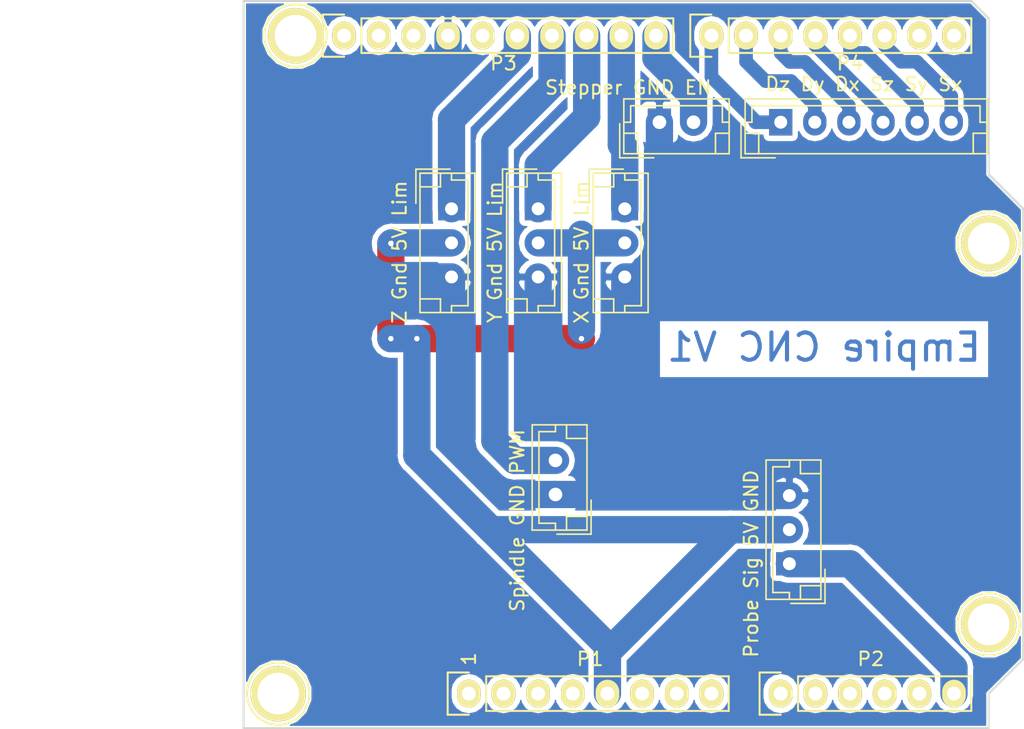
<source format=kicad_pcb>
(kicad_pcb (version 20171130) (host pcbnew "(5.0.0)")

  (general
    (thickness 1.6)
    (drawings 28)
    (tracks 99)
    (zones 0)
    (modules 15)
    (nets 37)
  )

  (page A4)
  (title_block
    (date "lun. 30 mars 2015")
  )

  (layers
    (0 F.Cu signal hide)
    (31 B.Cu signal)
    (32 B.Adhes user)
    (33 F.Adhes user)
    (34 B.Paste user)
    (35 F.Paste user)
    (36 B.SilkS user)
    (37 F.SilkS user)
    (38 B.Mask user)
    (39 F.Mask user hide)
    (40 Dwgs.User user)
    (41 Cmts.User user)
    (42 Eco1.User user)
    (43 Eco2.User user)
    (44 Edge.Cuts user)
    (45 Margin user)
    (46 B.CrtYd user)
    (47 F.CrtYd user)
    (48 B.Fab user)
    (49 F.Fab user)
  )

  (setup
    (last_trace_width 2)
    (trace_clearance 0.4)
    (zone_clearance 0.1)
    (zone_45_only no)
    (trace_min 0.2)
    (segment_width 0.15)
    (edge_width 0.15)
    (via_size 0.6)
    (via_drill 0.4)
    (via_min_size 0.4)
    (via_min_drill 0.3)
    (uvia_size 0.3)
    (uvia_drill 0.1)
    (uvias_allowed no)
    (uvia_min_size 0.2)
    (uvia_min_drill 0.1)
    (pcb_text_width 0.3)
    (pcb_text_size 1.5 1.5)
    (mod_edge_width 0.15)
    (mod_text_size 1 1)
    (mod_text_width 0.15)
    (pad_size 4.064 4.064)
    (pad_drill 3.048)
    (pad_to_mask_clearance 0)
    (aux_axis_origin 110.998 126.365)
    (grid_origin 110.998 126.365)
    (visible_elements 7FFFFFFF)
    (pcbplotparams
      (layerselection 0x00030_80000001)
      (usegerberextensions false)
      (usegerberattributes false)
      (usegerberadvancedattributes false)
      (creategerberjobfile false)
      (excludeedgelayer true)
      (linewidth 0.100000)
      (plotframeref false)
      (viasonmask false)
      (mode 1)
      (useauxorigin false)
      (hpglpennumber 1)
      (hpglpenspeed 20)
      (hpglpendiameter 15.000000)
      (psnegative false)
      (psa4output false)
      (plotreference true)
      (plotvalue true)
      (plotinvisibletext false)
      (padsonsilk false)
      (subtractmaskfromsilk false)
      (outputformat 1)
      (mirror false)
      (drillshape 1)
      (scaleselection 1)
      (outputdirectory ""))
  )

  (net 0 "")
  (net 1 "Net-(P5-Pad1)")
  (net 2 "Net-(P6-Pad1)")
  (net 3 "Net-(P7-Pad1)")
  (net 4 "Net-(P8-Pad1)")
  (net 5 "Net-(P1-Pad1)")
  (net 6 Probe)
  (net 7 GND-USB)
  (net 8 SpindleDir)
  (net 9 LimitZ)
  (net 10 SpindlePWM)
  (net 11 LimitY)
  (net 12 LimitX)
  (net 13 StepperEN)
  (net 14 "Net-(P1-Pad4)")
  (net 15 5V)
  (net 16 DirZ)
  (net 17 DirY)
  (net 18 DirX)
  (net 19 StepZ)
  (net 20 StepY)
  (net 21 StepX)
  (net 22 "Net-(P2-Pad1)")
  (net 23 "Net-(P2-Pad2)")
  (net 24 "Net-(P2-Pad3)")
  (net 25 "Net-(P2-Pad4)")
  (net 26 "Net-(P2-Pad5)")
  (net 27 "Net-(P3-Pad1)")
  (net 28 "Net-(P3-Pad2)")
  (net 29 "Net-(P3-Pad3)")
  (net 30 "Net-(P1-Pad2)")
  (net 31 "Net-(P1-Pad3)")
  (net 32 "Net-(P1-Pad8)")
  (net 33 "Net-(P4-Pad7)")
  (net 34 "Net-(P4-Pad8)")
  (net 35 "Net-(P1-Pad6)")
  (net 36 "Net-(P1-Pad7)")

  (net_class Default "This is the default net class."
    (clearance 0.4)
    (trace_width 2)
    (via_dia 0.6)
    (via_drill 0.4)
    (uvia_dia 0.3)
    (uvia_drill 0.1)
    (add_net 5V)
    (add_net DirX)
    (add_net DirY)
    (add_net DirZ)
    (add_net GND-USB)
    (add_net LimitX)
    (add_net LimitY)
    (add_net LimitZ)
    (add_net "Net-(P1-Pad1)")
    (add_net "Net-(P1-Pad2)")
    (add_net "Net-(P1-Pad3)")
    (add_net "Net-(P1-Pad4)")
    (add_net "Net-(P1-Pad6)")
    (add_net "Net-(P1-Pad7)")
    (add_net "Net-(P1-Pad8)")
    (add_net "Net-(P2-Pad1)")
    (add_net "Net-(P2-Pad2)")
    (add_net "Net-(P2-Pad3)")
    (add_net "Net-(P2-Pad4)")
    (add_net "Net-(P2-Pad5)")
    (add_net "Net-(P3-Pad1)")
    (add_net "Net-(P3-Pad2)")
    (add_net "Net-(P3-Pad3)")
    (add_net "Net-(P4-Pad7)")
    (add_net "Net-(P4-Pad8)")
    (add_net "Net-(P5-Pad1)")
    (add_net "Net-(P6-Pad1)")
    (add_net "Net-(P7-Pad1)")
    (add_net "Net-(P8-Pad1)")
    (add_net Probe)
    (add_net SpindleDir)
    (add_net SpindlePWM)
    (add_net StepX)
    (add_net StepY)
    (add_net StepZ)
    (add_net StepperEN)
  )

  (module Connector_JST:JST_EH_B02B-EH-A_1x02_P2.50mm_Vertical (layer F.Cu) (tedit 5C98DF69) (tstamp 5C994659)
    (at 152.908 81.915)
    (descr "JST EH series connector, B02B-EH-A (http://www.jst-mfg.com/product/pdf/eng/eEH.pdf), generated with kicad-footprint-generator")
    (tags "connector JST EH side entry")
    (path /5C9DBEA7)
    (fp_text reference "Stepper GND EN" (at -2.286 -2.54) (layer F.SilkS)
      (effects (font (size 1 1) (thickness 0.15)))
    )
    (fp_text value "" (at 1.25 3.4) (layer F.Fab)
      (effects (font (size 1 1) (thickness 0.15)))
    )
    (fp_text user %R (at 3.175 3.81) (layer F.Fab)
      (effects (font (size 1 1) (thickness 0.15)))
    )
    (fp_line (start -2.91 2.61) (end -0.41 2.61) (layer F.Fab) (width 0.1))
    (fp_line (start -2.91 0.11) (end -2.91 2.61) (layer F.Fab) (width 0.1))
    (fp_line (start -2.91 2.61) (end -0.41 2.61) (layer F.SilkS) (width 0.12))
    (fp_line (start -2.91 0.11) (end -2.91 2.61) (layer F.SilkS) (width 0.12))
    (fp_line (start 4.11 0.81) (end 4.11 2.31) (layer F.SilkS) (width 0.12))
    (fp_line (start 5.11 0.81) (end 4.11 0.81) (layer F.SilkS) (width 0.12))
    (fp_line (start -1.61 0.81) (end -1.61 2.31) (layer F.SilkS) (width 0.12))
    (fp_line (start -2.61 0.81) (end -1.61 0.81) (layer F.SilkS) (width 0.12))
    (fp_line (start 4.61 0) (end 5.11 0) (layer F.SilkS) (width 0.12))
    (fp_line (start 4.61 -1.21) (end 4.61 0) (layer F.SilkS) (width 0.12))
    (fp_line (start -2.11 -1.21) (end 4.61 -1.21) (layer F.SilkS) (width 0.12))
    (fp_line (start -2.11 0) (end -2.11 -1.21) (layer F.SilkS) (width 0.12))
    (fp_line (start -2.61 0) (end -2.11 0) (layer F.SilkS) (width 0.12))
    (fp_line (start 5.11 -1.71) (end -2.61 -1.71) (layer F.SilkS) (width 0.12))
    (fp_line (start 5.11 2.31) (end 5.11 -1.71) (layer F.SilkS) (width 0.12))
    (fp_line (start -2.61 2.31) (end 5.11 2.31) (layer F.SilkS) (width 0.12))
    (fp_line (start -2.61 -1.71) (end -2.61 2.31) (layer F.SilkS) (width 0.12))
    (fp_line (start 5.5 -2.1) (end -3 -2.1) (layer F.CrtYd) (width 0.05))
    (fp_line (start 5.5 2.7) (end 5.5 -2.1) (layer F.CrtYd) (width 0.05))
    (fp_line (start -3 2.7) (end 5.5 2.7) (layer F.CrtYd) (width 0.05))
    (fp_line (start -3 -2.1) (end -3 2.7) (layer F.CrtYd) (width 0.05))
    (fp_line (start 5 -1.6) (end -2.5 -1.6) (layer F.Fab) (width 0.1))
    (fp_line (start 5 2.2) (end 5 -1.6) (layer F.Fab) (width 0.1))
    (fp_line (start -2.5 2.2) (end 5 2.2) (layer F.Fab) (width 0.1))
    (fp_line (start -2.5 -1.6) (end -2.5 2.2) (layer F.Fab) (width 0.1))
    (pad 2 thru_hole oval (at 2.5 0) (size 1.7 2) (drill 1) (layers *.Cu *.Mask)
      (net 13 StepperEN))
    (pad 1 thru_hole rect (at 0 0) (size 1.7 2) (drill 1) (layers *.Cu *.Mask)
      (net 7 GND-USB))
    (model ${KISYS3DMOD}/Connector_JST.3dshapes/JST_EH_B02B-EH-A_1x02_P2.50mm_Vertical.wrl
      (at (xyz 0 0 0))
      (scale (xyz 1 1 1))
      (rotate (xyz 0 0 0))
    )
  )

  (module Connector_JST:JST_EH_B02B-EH-A_1x02_P2.50mm_Vertical (layer F.Cu) (tedit 5C98DF10) (tstamp 5C994639)
    (at 145.288 109.22 90)
    (descr "JST EH series connector, B02B-EH-A (http://www.jst-mfg.com/product/pdf/eng/eEH.pdf), generated with kicad-footprint-generator")
    (tags "connector JST EH side entry")
    (path /5C9D7C49)
    (fp_text reference "Spindle GND PWM" (at -1.905 -2.8 90) (layer F.SilkS)
      (effects (font (size 1 1) (thickness 0.15)))
    )
    (fp_text value spindle (at 1.25 3.4 90) (layer F.Fab)
      (effects (font (size 1 1) (thickness 0.15)))
    )
    (fp_line (start -2.5 -1.6) (end -2.5 2.2) (layer F.Fab) (width 0.1))
    (fp_line (start -2.5 2.2) (end 5 2.2) (layer F.Fab) (width 0.1))
    (fp_line (start 5 2.2) (end 5 -1.6) (layer F.Fab) (width 0.1))
    (fp_line (start 5 -1.6) (end -2.5 -1.6) (layer F.Fab) (width 0.1))
    (fp_line (start -3 -2.1) (end -3 2.7) (layer F.CrtYd) (width 0.05))
    (fp_line (start -3 2.7) (end 5.5 2.7) (layer F.CrtYd) (width 0.05))
    (fp_line (start 5.5 2.7) (end 5.5 -2.1) (layer F.CrtYd) (width 0.05))
    (fp_line (start 5.5 -2.1) (end -3 -2.1) (layer F.CrtYd) (width 0.05))
    (fp_line (start -2.61 -1.71) (end -2.61 2.31) (layer F.SilkS) (width 0.12))
    (fp_line (start -2.61 2.31) (end 5.11 2.31) (layer F.SilkS) (width 0.12))
    (fp_line (start 5.11 2.31) (end 5.11 -1.71) (layer F.SilkS) (width 0.12))
    (fp_line (start 5.11 -1.71) (end -2.61 -1.71) (layer F.SilkS) (width 0.12))
    (fp_line (start -2.61 0) (end -2.11 0) (layer F.SilkS) (width 0.12))
    (fp_line (start -2.11 0) (end -2.11 -1.21) (layer F.SilkS) (width 0.12))
    (fp_line (start -2.11 -1.21) (end 4.61 -1.21) (layer F.SilkS) (width 0.12))
    (fp_line (start 4.61 -1.21) (end 4.61 0) (layer F.SilkS) (width 0.12))
    (fp_line (start 4.61 0) (end 5.11 0) (layer F.SilkS) (width 0.12))
    (fp_line (start -2.61 0.81) (end -1.61 0.81) (layer F.SilkS) (width 0.12))
    (fp_line (start -1.61 0.81) (end -1.61 2.31) (layer F.SilkS) (width 0.12))
    (fp_line (start 5.11 0.81) (end 4.11 0.81) (layer F.SilkS) (width 0.12))
    (fp_line (start 4.11 0.81) (end 4.11 2.31) (layer F.SilkS) (width 0.12))
    (fp_line (start -2.91 0.11) (end -2.91 2.61) (layer F.SilkS) (width 0.12))
    (fp_line (start -2.91 2.61) (end -0.41 2.61) (layer F.SilkS) (width 0.12))
    (fp_line (start -2.91 0.11) (end -2.91 2.61) (layer F.Fab) (width 0.1))
    (fp_line (start -2.91 2.61) (end -0.41 2.61) (layer F.Fab) (width 0.1))
    (fp_text user %R (at 1.25 1.5 90) (layer F.Fab)
      (effects (font (size 1 1) (thickness 0.15)))
    )
    (pad 1 thru_hole rect (at 0 0 90) (size 1.7 2) (drill 1) (layers *.Cu *.Mask)
      (net 7 GND-USB))
    (pad 2 thru_hole oval (at 2.5 0 90) (size 1.7 2) (drill 1) (layers *.Cu *.Mask)
      (net 10 SpindlePWM))
    (model ${KISYS3DMOD}/Connector_JST.3dshapes/JST_EH_B02B-EH-A_1x02_P2.50mm_Vertical.wrl
      (at (xyz 0 0 0))
      (scale (xyz 1 1 1))
      (rotate (xyz 0 0 0))
    )
  )

  (module Connector_JST:JST_EH_B03B-EH-A_1x03_P2.50mm_Vertical (layer F.Cu) (tedit 5C98DF34) (tstamp 5C9966E5)
    (at 162.433 114.3 90)
    (descr "JST EH series connector, B03B-EH-A (http://www.jst-mfg.com/product/pdf/eng/eEH.pdf), generated with kicad-footprint-generator")
    (tags "connector JST EH side entry")
    (path /5C9C1D3C)
    (fp_text reference "Probe Sig 5V GND" (at 0 -2.8 90) (layer F.SilkS)
      (effects (font (size 1 1) (thickness 0.15)))
    )
    (fp_text value Probe (at 2.5 3.4 90) (layer F.Fab)
      (effects (font (size 1 1) (thickness 0.15)))
    )
    (fp_text user %R (at 2.5 1.5 90) (layer F.Fab)
      (effects (font (size 1 1) (thickness 0.15)))
    )
    (fp_line (start -2.91 2.61) (end -0.41 2.61) (layer F.Fab) (width 0.1))
    (fp_line (start -2.91 0.11) (end -2.91 2.61) (layer F.Fab) (width 0.1))
    (fp_line (start -2.91 2.61) (end -0.41 2.61) (layer F.SilkS) (width 0.12))
    (fp_line (start -2.91 0.11) (end -2.91 2.61) (layer F.SilkS) (width 0.12))
    (fp_line (start 6.61 0.81) (end 6.61 2.31) (layer F.SilkS) (width 0.12))
    (fp_line (start 7.61 0.81) (end 6.61 0.81) (layer F.SilkS) (width 0.12))
    (fp_line (start -1.61 0.81) (end -1.61 2.31) (layer F.SilkS) (width 0.12))
    (fp_line (start -2.61 0.81) (end -1.61 0.81) (layer F.SilkS) (width 0.12))
    (fp_line (start 7.11 0) (end 7.61 0) (layer F.SilkS) (width 0.12))
    (fp_line (start 7.11 -1.21) (end 7.11 0) (layer F.SilkS) (width 0.12))
    (fp_line (start -2.11 -1.21) (end 7.11 -1.21) (layer F.SilkS) (width 0.12))
    (fp_line (start -2.11 0) (end -2.11 -1.21) (layer F.SilkS) (width 0.12))
    (fp_line (start -2.61 0) (end -2.11 0) (layer F.SilkS) (width 0.12))
    (fp_line (start 7.61 -1.71) (end -2.61 -1.71) (layer F.SilkS) (width 0.12))
    (fp_line (start 7.61 2.31) (end 7.61 -1.71) (layer F.SilkS) (width 0.12))
    (fp_line (start -2.61 2.31) (end 7.61 2.31) (layer F.SilkS) (width 0.12))
    (fp_line (start -2.61 -1.71) (end -2.61 2.31) (layer F.SilkS) (width 0.12))
    (fp_line (start 8 -2.1) (end -3 -2.1) (layer F.CrtYd) (width 0.05))
    (fp_line (start 8 2.7) (end 8 -2.1) (layer F.CrtYd) (width 0.05))
    (fp_line (start -3 2.7) (end 8 2.7) (layer F.CrtYd) (width 0.05))
    (fp_line (start -3 -2.1) (end -3 2.7) (layer F.CrtYd) (width 0.05))
    (fp_line (start 7.5 -1.6) (end -2.5 -1.6) (layer F.Fab) (width 0.1))
    (fp_line (start 7.5 2.2) (end 7.5 -1.6) (layer F.Fab) (width 0.1))
    (fp_line (start -2.5 2.2) (end 7.5 2.2) (layer F.Fab) (width 0.1))
    (fp_line (start -2.5 -1.6) (end -2.5 2.2) (layer F.Fab) (width 0.1))
    (pad 3 thru_hole oval (at 5 0 90) (size 1.7 1.95) (drill 0.95) (layers *.Cu *.Mask)
      (net 7 GND-USB))
    (pad 2 thru_hole oval (at 2.5 0 90) (size 1.7 1.95) (drill 0.95) (layers *.Cu *.Mask)
      (net 15 5V))
    (pad 1 thru_hole rect (at 0 0 90) (size 1.7 1.95) (drill 0.95) (layers *.Cu *.Mask)
      (net 6 Probe))
    (model ${KISYS3DMOD}/Connector_JST.3dshapes/JST_EH_B03B-EH-A_1x03_P2.50mm_Vertical.wrl
      (at (xyz 0 0 0))
      (scale (xyz 1 1 1))
      (rotate (xyz 0 0 0))
    )
  )

  (module Connector_JST:JST_EH_B03B-EH-A_1x03_P2.50mm_Vertical (layer F.Cu) (tedit 5C98DEA7) (tstamp 5C9945F8)
    (at 137.668 88.265 270)
    (descr "JST EH series connector, B03B-EH-A (http://www.jst-mfg.com/product/pdf/eng/eEH.pdf), generated with kicad-footprint-generator")
    (tags "connector JST EH side entry")
    (path /5C9C0AB0)
    (fp_text reference "Z Gnd 5V Lim" (at 3.175 3.81 270) (layer F.SilkS)
      (effects (font (size 1 1) (thickness 0.15)))
    )
    (fp_text value LimitZ (at 2.5 3.4 270) (layer F.Fab)
      (effects (font (size 1 1) (thickness 0.15)))
    )
    (fp_line (start -2.5 -1.6) (end -2.5 2.2) (layer F.Fab) (width 0.1))
    (fp_line (start -2.5 2.2) (end 7.5 2.2) (layer F.Fab) (width 0.1))
    (fp_line (start 7.5 2.2) (end 7.5 -1.6) (layer F.Fab) (width 0.1))
    (fp_line (start 7.5 -1.6) (end -2.5 -1.6) (layer F.Fab) (width 0.1))
    (fp_line (start -3 -2.1) (end -3 2.7) (layer F.CrtYd) (width 0.05))
    (fp_line (start -3 2.7) (end 8 2.7) (layer F.CrtYd) (width 0.05))
    (fp_line (start 8 2.7) (end 8 -2.1) (layer F.CrtYd) (width 0.05))
    (fp_line (start 8 -2.1) (end -3 -2.1) (layer F.CrtYd) (width 0.05))
    (fp_line (start -2.61 -1.71) (end -2.61 2.31) (layer F.SilkS) (width 0.12))
    (fp_line (start -2.61 2.31) (end 7.61 2.31) (layer F.SilkS) (width 0.12))
    (fp_line (start 7.61 2.31) (end 7.61 -1.71) (layer F.SilkS) (width 0.12))
    (fp_line (start 7.61 -1.71) (end -2.61 -1.71) (layer F.SilkS) (width 0.12))
    (fp_line (start -2.61 0) (end -2.11 0) (layer F.SilkS) (width 0.12))
    (fp_line (start -2.11 0) (end -2.11 -1.21) (layer F.SilkS) (width 0.12))
    (fp_line (start -2.11 -1.21) (end 7.11 -1.21) (layer F.SilkS) (width 0.12))
    (fp_line (start 7.11 -1.21) (end 7.11 0) (layer F.SilkS) (width 0.12))
    (fp_line (start 7.11 0) (end 7.61 0) (layer F.SilkS) (width 0.12))
    (fp_line (start -2.61 0.81) (end -1.61 0.81) (layer F.SilkS) (width 0.12))
    (fp_line (start -1.61 0.81) (end -1.61 2.31) (layer F.SilkS) (width 0.12))
    (fp_line (start 7.61 0.81) (end 6.61 0.81) (layer F.SilkS) (width 0.12))
    (fp_line (start 6.61 0.81) (end 6.61 2.31) (layer F.SilkS) (width 0.12))
    (fp_line (start -2.91 0.11) (end -2.91 2.61) (layer F.SilkS) (width 0.12))
    (fp_line (start -2.91 2.61) (end -0.41 2.61) (layer F.SilkS) (width 0.12))
    (fp_line (start -2.91 0.11) (end -2.91 2.61) (layer F.Fab) (width 0.1))
    (fp_line (start -2.91 2.61) (end -0.41 2.61) (layer F.Fab) (width 0.1))
    (fp_text user %R (at -1.905 0.635 270) (layer F.Fab)
      (effects (font (size 1 1) (thickness 0.15)))
    )
    (pad 1 thru_hole rect (at 0 0 270) (size 1.7 1.95) (drill 0.95) (layers *.Cu *.Mask)
      (net 9 LimitZ))
    (pad 2 thru_hole oval (at 2.5 0 270) (size 1.7 1.95) (drill 0.95) (layers *.Cu *.Mask)
      (net 15 5V))
    (pad 3 thru_hole oval (at 5 0 270) (size 1.7 1.95) (drill 0.95) (layers *.Cu *.Mask)
      (net 7 GND-USB))
    (model ${KISYS3DMOD}/Connector_JST.3dshapes/JST_EH_B03B-EH-A_1x03_P2.50mm_Vertical.wrl
      (at (xyz 0 0 0))
      (scale (xyz 1 1 1))
      (rotate (xyz 0 0 0))
    )
  )

  (module Connector_JST:JST_EH_B03B-EH-A_1x03_P2.50mm_Vertical (layer F.Cu) (tedit 5C98DED8) (tstamp 5C9945D7)
    (at 144.018 88.265 270)
    (descr "JST EH series connector, B03B-EH-A (http://www.jst-mfg.com/product/pdf/eng/eEH.pdf), generated with kicad-footprint-generator")
    (tags "connector JST EH side entry")
    (path /5C9BAAB0)
    (fp_text reference "Y Gnd 5V Lim" (at 3.175 3.175 270) (layer F.SilkS)
      (effects (font (size 1 1) (thickness 0.15)))
    )
    (fp_text value LimitY (at 2.5 3.4 270) (layer F.Fab)
      (effects (font (size 1 1) (thickness 0.15)))
    )
    (fp_text user %R (at -1.905 0 270) (layer F.Fab)
      (effects (font (size 1 1) (thickness 0.15)))
    )
    (fp_line (start -2.91 2.61) (end -0.41 2.61) (layer F.Fab) (width 0.1))
    (fp_line (start -2.91 0.11) (end -2.91 2.61) (layer F.Fab) (width 0.1))
    (fp_line (start -2.91 2.61) (end -0.41 2.61) (layer F.SilkS) (width 0.12))
    (fp_line (start -2.91 0.11) (end -2.91 2.61) (layer F.SilkS) (width 0.12))
    (fp_line (start 6.61 0.81) (end 6.61 2.31) (layer F.SilkS) (width 0.12))
    (fp_line (start 7.61 0.81) (end 6.61 0.81) (layer F.SilkS) (width 0.12))
    (fp_line (start -1.61 0.81) (end -1.61 2.31) (layer F.SilkS) (width 0.12))
    (fp_line (start -2.61 0.81) (end -1.61 0.81) (layer F.SilkS) (width 0.12))
    (fp_line (start 7.11 0) (end 7.61 0) (layer F.SilkS) (width 0.12))
    (fp_line (start 7.11 -1.21) (end 7.11 0) (layer F.SilkS) (width 0.12))
    (fp_line (start -2.11 -1.21) (end 7.11 -1.21) (layer F.SilkS) (width 0.12))
    (fp_line (start -2.11 0) (end -2.11 -1.21) (layer F.SilkS) (width 0.12))
    (fp_line (start -2.61 0) (end -2.11 0) (layer F.SilkS) (width 0.12))
    (fp_line (start 7.61 -1.71) (end -2.61 -1.71) (layer F.SilkS) (width 0.12))
    (fp_line (start 7.61 2.31) (end 7.61 -1.71) (layer F.SilkS) (width 0.12))
    (fp_line (start -2.61 2.31) (end 7.61 2.31) (layer F.SilkS) (width 0.12))
    (fp_line (start -2.61 -1.71) (end -2.61 2.31) (layer F.SilkS) (width 0.12))
    (fp_line (start 8 -2.1) (end -3 -2.1) (layer F.CrtYd) (width 0.05))
    (fp_line (start 8 2.7) (end 8 -2.1) (layer F.CrtYd) (width 0.05))
    (fp_line (start -3 2.7) (end 8 2.7) (layer F.CrtYd) (width 0.05))
    (fp_line (start -3 -2.1) (end -3 2.7) (layer F.CrtYd) (width 0.05))
    (fp_line (start 7.5 -1.6) (end -2.5 -1.6) (layer F.Fab) (width 0.1))
    (fp_line (start 7.5 2.2) (end 7.5 -1.6) (layer F.Fab) (width 0.1))
    (fp_line (start -2.5 2.2) (end 7.5 2.2) (layer F.Fab) (width 0.1))
    (fp_line (start -2.5 -1.6) (end -2.5 2.2) (layer F.Fab) (width 0.1))
    (pad 3 thru_hole oval (at 5 0 270) (size 1.7 1.95) (drill 0.95) (layers *.Cu *.Mask)
      (net 7 GND-USB))
    (pad 2 thru_hole oval (at 2.5 0 270) (size 1.7 1.95) (drill 0.95) (layers *.Cu *.Mask)
      (net 15 5V))
    (pad 1 thru_hole rect (at 0 0 270) (size 1.7 1.95) (drill 0.95) (layers *.Cu *.Mask)
      (net 11 LimitY))
    (model ${KISYS3DMOD}/Connector_JST.3dshapes/JST_EH_B03B-EH-A_1x03_P2.50mm_Vertical.wrl
      (at (xyz 0 0 0))
      (scale (xyz 1 1 1))
      (rotate (xyz 0 0 0))
    )
  )

  (module Connector_JST:JST_EH_B03B-EH-A_1x03_P2.50mm_Vertical (layer F.Cu) (tedit 5C98DEEA) (tstamp 5C9945B6)
    (at 150.368 88.265 270)
    (descr "JST EH series connector, B03B-EH-A (http://www.jst-mfg.com/product/pdf/eng/eEH.pdf), generated with kicad-footprint-generator")
    (tags "connector JST EH side entry")
    (path /5C9BFB27)
    (fp_text reference "X Gnd 5V Lim" (at 3.175 3.175 270) (layer F.SilkS)
      (effects (font (size 1 1) (thickness 0.15)))
    )
    (fp_text value LimitX (at 2.5 3.4 270) (layer F.Fab)
      (effects (font (size 1 1) (thickness 0.15)))
    )
    (fp_line (start -2.5 -1.6) (end -2.5 2.2) (layer F.Fab) (width 0.1))
    (fp_line (start -2.5 2.2) (end 7.5 2.2) (layer F.Fab) (width 0.1))
    (fp_line (start 7.5 2.2) (end 7.5 -1.6) (layer F.Fab) (width 0.1))
    (fp_line (start 7.5 -1.6) (end -2.5 -1.6) (layer F.Fab) (width 0.1))
    (fp_line (start -3 -2.1) (end -3 2.7) (layer F.CrtYd) (width 0.05))
    (fp_line (start -3 2.7) (end 8 2.7) (layer F.CrtYd) (width 0.05))
    (fp_line (start 8 2.7) (end 8 -2.1) (layer F.CrtYd) (width 0.05))
    (fp_line (start 8 -2.1) (end -3 -2.1) (layer F.CrtYd) (width 0.05))
    (fp_line (start -2.61 -1.71) (end -2.61 2.31) (layer F.SilkS) (width 0.12))
    (fp_line (start -2.61 2.31) (end 7.61 2.31) (layer F.SilkS) (width 0.12))
    (fp_line (start 7.61 2.31) (end 7.61 -1.71) (layer F.SilkS) (width 0.12))
    (fp_line (start 7.61 -1.71) (end -2.61 -1.71) (layer F.SilkS) (width 0.12))
    (fp_line (start -2.61 0) (end -2.11 0) (layer F.SilkS) (width 0.12))
    (fp_line (start -2.11 0) (end -2.11 -1.21) (layer F.SilkS) (width 0.12))
    (fp_line (start -2.11 -1.21) (end 7.11 -1.21) (layer F.SilkS) (width 0.12))
    (fp_line (start 7.11 -1.21) (end 7.11 0) (layer F.SilkS) (width 0.12))
    (fp_line (start 7.11 0) (end 7.61 0) (layer F.SilkS) (width 0.12))
    (fp_line (start -2.61 0.81) (end -1.61 0.81) (layer F.SilkS) (width 0.12))
    (fp_line (start -1.61 0.81) (end -1.61 2.31) (layer F.SilkS) (width 0.12))
    (fp_line (start 7.61 0.81) (end 6.61 0.81) (layer F.SilkS) (width 0.12))
    (fp_line (start 6.61 0.81) (end 6.61 2.31) (layer F.SilkS) (width 0.12))
    (fp_line (start -2.91 0.11) (end -2.91 2.61) (layer F.SilkS) (width 0.12))
    (fp_line (start -2.91 2.61) (end -0.41 2.61) (layer F.SilkS) (width 0.12))
    (fp_line (start -2.91 0.11) (end -2.91 2.61) (layer F.Fab) (width 0.1))
    (fp_line (start -2.91 2.61) (end -0.41 2.61) (layer F.Fab) (width 0.1))
    (fp_text user %R (at -1.905 0 270) (layer F.Fab)
      (effects (font (size 1 1) (thickness 0.15)))
    )
    (pad 1 thru_hole rect (at 0 0 270) (size 1.7 1.95) (drill 0.95) (layers *.Cu *.Mask)
      (net 12 LimitX))
    (pad 2 thru_hole oval (at 2.5 0 270) (size 1.7 1.95) (drill 0.95) (layers *.Cu *.Mask)
      (net 15 5V))
    (pad 3 thru_hole oval (at 5 0 270) (size 1.7 1.95) (drill 0.95) (layers *.Cu *.Mask)
      (net 7 GND-USB))
    (model ${KISYS3DMOD}/Connector_JST.3dshapes/JST_EH_B03B-EH-A_1x03_P2.50mm_Vertical.wrl
      (at (xyz 0 0 0))
      (scale (xyz 1 1 1))
      (rotate (xyz 0 0 0))
    )
  )

  (module Connector_JST:JST_EH_B06B-EH-A_1x06_P2.50mm_Vertical (layer F.Cu) (tedit 5C98DF98) (tstamp 5C994595)
    (at 161.798 81.915)
    (descr "JST EH series connector, B06B-EH-A (http://www.jst-mfg.com/product/pdf/eng/eEH.pdf), generated with kicad-footprint-generator")
    (tags "connector JST EH side entry")
    (path /5C996D31)
    (fp_text reference "Dz Dy Dx Sz Sy Sx" (at 6.096 -2.794) (layer F.SilkS)
      (effects (font (size 1 1) (thickness 0.15)))
    )
    (fp_text value Steppers (at 5.715 3.81) (layer F.Fab)
      (effects (font (size 1 1) (thickness 0.15)))
    )
    (fp_line (start -2.5 -1.6) (end -2.5 2.2) (layer F.Fab) (width 0.1))
    (fp_line (start -2.5 2.2) (end 15 2.2) (layer F.Fab) (width 0.1))
    (fp_line (start 15 2.2) (end 15 -1.6) (layer F.Fab) (width 0.1))
    (fp_line (start 15 -1.6) (end -2.5 -1.6) (layer F.Fab) (width 0.1))
    (fp_line (start -3 -2.1) (end -3 2.7) (layer F.CrtYd) (width 0.05))
    (fp_line (start -3 2.7) (end 15.5 2.7) (layer F.CrtYd) (width 0.05))
    (fp_line (start 15.5 2.7) (end 15.5 -2.1) (layer F.CrtYd) (width 0.05))
    (fp_line (start 15.5 -2.1) (end -3 -2.1) (layer F.CrtYd) (width 0.05))
    (fp_line (start -2.61 -1.71) (end -2.61 2.31) (layer F.SilkS) (width 0.12))
    (fp_line (start -2.61 2.31) (end 15.11 2.31) (layer F.SilkS) (width 0.12))
    (fp_line (start 15.11 2.31) (end 15.11 -1.71) (layer F.SilkS) (width 0.12))
    (fp_line (start 15.11 -1.71) (end -2.61 -1.71) (layer F.SilkS) (width 0.12))
    (fp_line (start -2.61 0) (end -2.11 0) (layer F.SilkS) (width 0.12))
    (fp_line (start -2.11 0) (end -2.11 -1.21) (layer F.SilkS) (width 0.12))
    (fp_line (start -2.11 -1.21) (end 14.61 -1.21) (layer F.SilkS) (width 0.12))
    (fp_line (start 14.61 -1.21) (end 14.61 0) (layer F.SilkS) (width 0.12))
    (fp_line (start 14.61 0) (end 15.11 0) (layer F.SilkS) (width 0.12))
    (fp_line (start -2.61 0.81) (end -1.61 0.81) (layer F.SilkS) (width 0.12))
    (fp_line (start -1.61 0.81) (end -1.61 2.31) (layer F.SilkS) (width 0.12))
    (fp_line (start 15.11 0.81) (end 14.11 0.81) (layer F.SilkS) (width 0.12))
    (fp_line (start 14.11 0.81) (end 14.11 2.31) (layer F.SilkS) (width 0.12))
    (fp_line (start -2.91 0.11) (end -2.91 2.61) (layer F.SilkS) (width 0.12))
    (fp_line (start -2.91 2.61) (end -0.41 2.61) (layer F.SilkS) (width 0.12))
    (fp_line (start -2.91 0.11) (end -2.91 2.61) (layer F.Fab) (width 0.1))
    (fp_line (start -2.91 2.61) (end -0.41 2.61) (layer F.Fab) (width 0.1))
    (fp_text user %R (at -1.905 0) (layer F.Fab)
      (effects (font (size 1 1) (thickness 0.15)))
    )
    (pad 1 thru_hole rect (at 0 0) (size 1.7 1.95) (drill 0.95) (layers *.Cu *.Mask)
      (net 16 DirZ))
    (pad 2 thru_hole oval (at 2.5 0) (size 1.7 1.95) (drill 0.95) (layers *.Cu *.Mask)
      (net 17 DirY))
    (pad 3 thru_hole oval (at 5 0) (size 1.7 1.95) (drill 0.95) (layers *.Cu *.Mask)
      (net 18 DirX))
    (pad 4 thru_hole oval (at 7.5 0) (size 1.7 1.95) (drill 0.95) (layers *.Cu *.Mask)
      (net 19 StepZ))
    (pad 5 thru_hole oval (at 10 0) (size 1.7 1.95) (drill 0.95) (layers *.Cu *.Mask)
      (net 20 StepY))
    (pad 6 thru_hole oval (at 12.5 0) (size 1.7 1.95) (drill 0.95) (layers *.Cu *.Mask)
      (net 21 StepX))
    (model ${KISYS3DMOD}/Connector_JST.3dshapes/JST_EH_B06B-EH-A_1x06_P2.50mm_Vertical.wrl
      (at (xyz 0 0 0))
      (scale (xyz 1 1 1))
      (rotate (xyz 0 0 0))
    )
  )

  (module Socket_Arduino_Uno:Socket_Strip_Arduino_1x08 locked (layer F.Cu) (tedit 552168D2) (tstamp 551AF9EA)
    (at 138.938 123.825)
    (descr "Through hole socket strip")
    (tags "socket strip")
    (path /56D70129)
    (fp_text reference P1 (at 8.89 -2.54) (layer F.SilkS)
      (effects (font (size 1 1) (thickness 0.15)))
    )
    (fp_text value Power (at 8.89 -4.064) (layer F.Fab)
      (effects (font (size 1 1) (thickness 0.15)))
    )
    (fp_line (start -1.75 -1.75) (end -1.75 1.75) (layer F.CrtYd) (width 0.05))
    (fp_line (start 19.55 -1.75) (end 19.55 1.75) (layer F.CrtYd) (width 0.05))
    (fp_line (start -1.75 -1.75) (end 19.55 -1.75) (layer F.CrtYd) (width 0.05))
    (fp_line (start -1.75 1.75) (end 19.55 1.75) (layer F.CrtYd) (width 0.05))
    (fp_line (start 1.27 1.27) (end 19.05 1.27) (layer F.SilkS) (width 0.15))
    (fp_line (start 19.05 1.27) (end 19.05 -1.27) (layer F.SilkS) (width 0.15))
    (fp_line (start 19.05 -1.27) (end 1.27 -1.27) (layer F.SilkS) (width 0.15))
    (fp_line (start -1.55 1.55) (end 0 1.55) (layer F.SilkS) (width 0.15))
    (fp_line (start 1.27 1.27) (end 1.27 -1.27) (layer F.SilkS) (width 0.15))
    (fp_line (start 0 -1.55) (end -1.55 -1.55) (layer F.SilkS) (width 0.15))
    (fp_line (start -1.55 -1.55) (end -1.55 1.55) (layer F.SilkS) (width 0.15))
    (pad 1 thru_hole oval (at 0 0) (size 1.7272 2.032) (drill 1.016) (layers *.Cu *.Mask F.SilkS)
      (net 5 "Net-(P1-Pad1)"))
    (pad 2 thru_hole oval (at 2.54 0) (size 1.7272 2.032) (drill 1.016) (layers *.Cu *.Mask F.SilkS)
      (net 30 "Net-(P1-Pad2)"))
    (pad 3 thru_hole oval (at 5.08 0) (size 1.7272 2.032) (drill 1.016) (layers *.Cu *.Mask F.SilkS)
      (net 31 "Net-(P1-Pad3)"))
    (pad 4 thru_hole oval (at 7.62 0) (size 1.7272 2.032) (drill 1.016) (layers *.Cu *.Mask F.SilkS)
      (net 14 "Net-(P1-Pad4)"))
    (pad 5 thru_hole oval (at 10.16 0) (size 1.7272 2.032) (drill 1.016) (layers *.Cu *.Mask F.SilkS)
      (net 15 5V))
    (pad 6 thru_hole oval (at 12.7 0) (size 1.7272 2.032) (drill 1.016) (layers *.Cu *.Mask F.SilkS)
      (net 35 "Net-(P1-Pad6)"))
    (pad 7 thru_hole oval (at 15.24 0) (size 1.7272 2.032) (drill 1.016) (layers *.Cu *.Mask F.SilkS)
      (net 36 "Net-(P1-Pad7)"))
    (pad 8 thru_hole oval (at 17.78 0) (size 1.7272 2.032) (drill 1.016) (layers *.Cu *.Mask F.SilkS)
      (net 32 "Net-(P1-Pad8)"))
    (model ${KIPRJMOD}/Socket_Arduino_Uno.3dshapes/Socket_header_Arduino_1x08.wrl
      (offset (xyz 8.889999866485596 0 0))
      (scale (xyz 1 1 1))
      (rotate (xyz 0 0 180))
    )
  )

  (module Socket_Arduino_Uno:Socket_Strip_Arduino_1x06 locked (layer F.Cu) (tedit 552168D6) (tstamp 551AF9FF)
    (at 161.798 123.825)
    (descr "Through hole socket strip")
    (tags "socket strip")
    (path /56D70DD8)
    (fp_text reference P2 (at 6.604 -2.54) (layer F.SilkS)
      (effects (font (size 1 1) (thickness 0.15)))
    )
    (fp_text value Analog (at 6.604 -4.064) (layer F.Fab)
      (effects (font (size 1 1) (thickness 0.15)))
    )
    (fp_line (start -1.75 -1.75) (end -1.75 1.75) (layer F.CrtYd) (width 0.05))
    (fp_line (start 14.45 -1.75) (end 14.45 1.75) (layer F.CrtYd) (width 0.05))
    (fp_line (start -1.75 -1.75) (end 14.45 -1.75) (layer F.CrtYd) (width 0.05))
    (fp_line (start -1.75 1.75) (end 14.45 1.75) (layer F.CrtYd) (width 0.05))
    (fp_line (start 1.27 1.27) (end 13.97 1.27) (layer F.SilkS) (width 0.15))
    (fp_line (start 13.97 1.27) (end 13.97 -1.27) (layer F.SilkS) (width 0.15))
    (fp_line (start 13.97 -1.27) (end 1.27 -1.27) (layer F.SilkS) (width 0.15))
    (fp_line (start -1.55 1.55) (end 0 1.55) (layer F.SilkS) (width 0.15))
    (fp_line (start 1.27 1.27) (end 1.27 -1.27) (layer F.SilkS) (width 0.15))
    (fp_line (start 0 -1.55) (end -1.55 -1.55) (layer F.SilkS) (width 0.15))
    (fp_line (start -1.55 -1.55) (end -1.55 1.55) (layer F.SilkS) (width 0.15))
    (pad 1 thru_hole oval (at 0 0) (size 1.7272 2.032) (drill 1.016) (layers *.Cu *.Mask F.SilkS)
      (net 22 "Net-(P2-Pad1)"))
    (pad 2 thru_hole oval (at 2.54 0) (size 1.7272 2.032) (drill 1.016) (layers *.Cu *.Mask F.SilkS)
      (net 23 "Net-(P2-Pad2)"))
    (pad 3 thru_hole oval (at 5.08 0) (size 1.7272 2.032) (drill 1.016) (layers *.Cu *.Mask F.SilkS)
      (net 24 "Net-(P2-Pad3)"))
    (pad 4 thru_hole oval (at 7.62 0) (size 1.7272 2.032) (drill 1.016) (layers *.Cu *.Mask F.SilkS)
      (net 25 "Net-(P2-Pad4)"))
    (pad 5 thru_hole oval (at 10.16 0) (size 1.7272 2.032) (drill 1.016) (layers *.Cu *.Mask F.SilkS)
      (net 26 "Net-(P2-Pad5)"))
    (pad 6 thru_hole oval (at 12.7 0) (size 1.7272 2.032) (drill 1.016) (layers *.Cu *.Mask F.SilkS)
      (net 6 Probe))
    (model ${KIPRJMOD}/Socket_Arduino_Uno.3dshapes/Socket_header_Arduino_1x06.wrl
      (offset (xyz 6.349999904632568 0 0))
      (scale (xyz 1 1 1))
      (rotate (xyz 0 0 180))
    )
  )

  (module Socket_Arduino_Uno:Socket_Strip_Arduino_1x10 locked (layer F.Cu) (tedit 552168BF) (tstamp 551AFA18)
    (at 129.794 75.565)
    (descr "Through hole socket strip")
    (tags "socket strip")
    (path /56D721E0)
    (fp_text reference P3 (at 11.684 2.032) (layer F.SilkS)
      (effects (font (size 1 1) (thickness 0.15)))
    )
    (fp_text value Digital (at 7.874 3.175) (layer F.Fab)
      (effects (font (size 1 1) (thickness 0.15)))
    )
    (fp_line (start -1.75 -1.75) (end -1.75 1.75) (layer F.CrtYd) (width 0.05))
    (fp_line (start 24.65 -1.75) (end 24.65 1.75) (layer F.CrtYd) (width 0.05))
    (fp_line (start -1.75 -1.75) (end 24.65 -1.75) (layer F.CrtYd) (width 0.05))
    (fp_line (start -1.75 1.75) (end 24.65 1.75) (layer F.CrtYd) (width 0.05))
    (fp_line (start 1.27 1.27) (end 24.13 1.27) (layer F.SilkS) (width 0.15))
    (fp_line (start 24.13 1.27) (end 24.13 -1.27) (layer F.SilkS) (width 0.15))
    (fp_line (start 24.13 -1.27) (end 1.27 -1.27) (layer F.SilkS) (width 0.15))
    (fp_line (start -1.55 1.55) (end 0 1.55) (layer F.SilkS) (width 0.15))
    (fp_line (start 1.27 1.27) (end 1.27 -1.27) (layer F.SilkS) (width 0.15))
    (fp_line (start 0 -1.55) (end -1.55 -1.55) (layer F.SilkS) (width 0.15))
    (fp_line (start -1.55 -1.55) (end -1.55 1.55) (layer F.SilkS) (width 0.15))
    (pad 1 thru_hole oval (at 0 0) (size 1.7272 2.032) (drill 1.016) (layers *.Cu *.Mask F.SilkS)
      (net 27 "Net-(P3-Pad1)"))
    (pad 2 thru_hole oval (at 2.54 0) (size 1.7272 2.032) (drill 1.016) (layers *.Cu *.Mask F.SilkS)
      (net 28 "Net-(P3-Pad2)"))
    (pad 3 thru_hole oval (at 5.08 0) (size 1.7272 2.032) (drill 1.016) (layers *.Cu *.Mask F.SilkS)
      (net 29 "Net-(P3-Pad3)"))
    (pad 4 thru_hole oval (at 7.62 0) (size 1.7272 2.032) (drill 1.016) (layers *.Cu *.Mask F.SilkS)
      (net 7 GND-USB))
    (pad 5 thru_hole oval (at 10.16 0) (size 1.7272 2.032) (drill 1.016) (layers *.Cu *.Mask F.SilkS)
      (net 8 SpindleDir))
    (pad 6 thru_hole oval (at 12.7 0) (size 1.7272 2.032) (drill 1.016) (layers *.Cu *.Mask F.SilkS)
      (net 9 LimitZ))
    (pad 7 thru_hole oval (at 15.24 0) (size 1.7272 2.032) (drill 1.016) (layers *.Cu *.Mask F.SilkS)
      (net 10 SpindlePWM))
    (pad 8 thru_hole oval (at 17.78 0) (size 1.7272 2.032) (drill 1.016) (layers *.Cu *.Mask F.SilkS)
      (net 11 LimitY))
    (pad 9 thru_hole oval (at 20.32 0) (size 1.7272 2.032) (drill 1.016) (layers *.Cu *.Mask F.SilkS)
      (net 12 LimitX))
    (pad 10 thru_hole oval (at 22.86 0) (size 1.7272 2.032) (drill 1.016) (layers *.Cu *.Mask F.SilkS)
      (net 13 StepperEN))
    (model ${KIPRJMOD}/Socket_Arduino_Uno.3dshapes/Socket_header_Arduino_1x10.wrl
      (offset (xyz 11.42999982833862 0 0))
      (scale (xyz 1 1 1))
      (rotate (xyz 0 0 180))
    )
  )

  (module Socket_Arduino_Uno:Socket_Strip_Arduino_1x08 locked (layer F.Cu) (tedit 5C98DFAF) (tstamp 551AFA2F)
    (at 156.718 75.565)
    (descr "Through hole socket strip")
    (tags "socket strip")
    (path /56D7164F)
    (fp_text reference P4 (at 10.16 2.032) (layer F.SilkS)
      (effects (font (size 1 1) (thickness 0.15)))
    )
    (fp_text value Digital (at 3.175 2.54) (layer F.Fab)
      (effects (font (size 1 1) (thickness 0.15)))
    )
    (fp_line (start -1.75 -1.75) (end -1.75 1.75) (layer F.CrtYd) (width 0.05))
    (fp_line (start 19.55 -1.75) (end 19.55 1.75) (layer F.CrtYd) (width 0.05))
    (fp_line (start -1.75 -1.75) (end 19.55 -1.75) (layer F.CrtYd) (width 0.05))
    (fp_line (start -1.75 1.75) (end 19.55 1.75) (layer F.CrtYd) (width 0.05))
    (fp_line (start 1.27 1.27) (end 19.05 1.27) (layer F.SilkS) (width 0.15))
    (fp_line (start 19.05 1.27) (end 19.05 -1.27) (layer F.SilkS) (width 0.15))
    (fp_line (start 19.05 -1.27) (end 1.27 -1.27) (layer F.SilkS) (width 0.15))
    (fp_line (start -1.55 1.55) (end 0 1.55) (layer F.SilkS) (width 0.15))
    (fp_line (start 1.27 1.27) (end 1.27 -1.27) (layer F.SilkS) (width 0.15))
    (fp_line (start 0 -1.55) (end -1.55 -1.55) (layer F.SilkS) (width 0.15))
    (fp_line (start -1.55 -1.55) (end -1.55 1.55) (layer F.SilkS) (width 0.15))
    (pad 1 thru_hole oval (at 0 0) (size 1.7272 2.032) (drill 1.016) (layers *.Cu *.Mask F.SilkS)
      (net 16 DirZ))
    (pad 2 thru_hole oval (at 2.54 0) (size 1.7272 2.032) (drill 1.016) (layers *.Cu *.Mask F.SilkS)
      (net 17 DirY))
    (pad 3 thru_hole oval (at 5.08 0) (size 1.7272 2.032) (drill 1.016) (layers *.Cu *.Mask F.SilkS)
      (net 18 DirX))
    (pad 4 thru_hole oval (at 7.62 0) (size 1.7272 2.032) (drill 1.016) (layers *.Cu *.Mask F.SilkS)
      (net 19 StepZ))
    (pad 5 thru_hole oval (at 10.16 0) (size 1.7272 2.032) (drill 1.016) (layers *.Cu *.Mask F.SilkS)
      (net 20 StepY))
    (pad 6 thru_hole oval (at 12.7 0) (size 1.7272 2.032) (drill 1.016) (layers *.Cu *.Mask F.SilkS)
      (net 21 StepX))
    (pad 7 thru_hole oval (at 15.24 0) (size 1.7272 2.032) (drill 1.016) (layers *.Cu *.Mask F.SilkS)
      (net 33 "Net-(P4-Pad7)"))
    (pad 8 thru_hole oval (at 17.78 0) (size 1.7272 2.032) (drill 1.016) (layers *.Cu *.Mask F.SilkS)
      (net 34 "Net-(P4-Pad8)"))
    (model ${KIPRJMOD}/Socket_Arduino_Uno.3dshapes/Socket_header_Arduino_1x08.wrl
      (offset (xyz 8.889999866485596 0 0))
      (scale (xyz 1 1 1))
      (rotate (xyz 0 0 180))
    )
  )

  (module Socket_Arduino_Uno:Arduino_1pin locked (layer F.Cu) (tedit 5524FC39) (tstamp 5524FC3F)
    (at 124.968 123.825)
    (descr "module 1 pin (ou trou mecanique de percage)")
    (tags DEV)
    (path /56D71177)
    (fp_text reference P5 (at 0 -3.048) (layer F.SilkS) hide
      (effects (font (size 1 1) (thickness 0.15)))
    )
    (fp_text value CONN_01X01 (at 0 2.794) (layer F.Fab) hide
      (effects (font (size 1 1) (thickness 0.15)))
    )
    (fp_circle (center 0 0) (end 0 -2.286) (layer F.SilkS) (width 0.15))
    (pad 1 thru_hole circle (at 0 0) (size 4.064 4.064) (drill 3.048) (layers *.Cu *.Mask F.SilkS)
      (net 1 "Net-(P5-Pad1)"))
  )

  (module Socket_Arduino_Uno:Arduino_1pin locked (layer F.Cu) (tedit 5524FC4A) (tstamp 5524FC44)
    (at 177.038 118.745)
    (descr "module 1 pin (ou trou mecanique de percage)")
    (tags DEV)
    (path /56D71274)
    (fp_text reference P6 (at 0 -3.048) (layer F.SilkS) hide
      (effects (font (size 1 1) (thickness 0.15)))
    )
    (fp_text value CONN_01X01 (at 0 2.794) (layer F.Fab) hide
      (effects (font (size 1 1) (thickness 0.15)))
    )
    (fp_circle (center 0 0) (end 0 -2.286) (layer F.SilkS) (width 0.15))
    (pad 1 thru_hole circle (at 0 0) (size 4.064 4.064) (drill 3.048) (layers *.Cu *.Mask F.SilkS)
      (net 2 "Net-(P6-Pad1)"))
  )

  (module Socket_Arduino_Uno:Arduino_1pin locked (layer F.Cu) (tedit 5524FC2F) (tstamp 5524FC49)
    (at 126.238 75.565)
    (descr "module 1 pin (ou trou mecanique de percage)")
    (tags DEV)
    (path /56D712A8)
    (fp_text reference P7 (at 0 -3.048) (layer F.SilkS) hide
      (effects (font (size 1 1) (thickness 0.15)))
    )
    (fp_text value CONN_01X01 (at 0 2.794) (layer F.Fab) hide
      (effects (font (size 1 1) (thickness 0.15)))
    )
    (fp_circle (center 0 0) (end 0 -2.286) (layer F.SilkS) (width 0.15))
    (pad 1 thru_hole circle (at 0 0) (size 4.064 4.064) (drill 3.048) (layers *.Cu *.Mask F.SilkS)
      (net 3 "Net-(P7-Pad1)"))
  )

  (module Socket_Arduino_Uno:Arduino_1pin locked (layer F.Cu) (tedit 5524FC41) (tstamp 5524FC4E)
    (at 177.038 90.805)
    (descr "module 1 pin (ou trou mecanique de percage)")
    (tags DEV)
    (path /56D712DB)
    (fp_text reference P8 (at 0 -3.048) (layer F.SilkS) hide
      (effects (font (size 1 1) (thickness 0.15)))
    )
    (fp_text value CONN_01X01 (at 0 2.794) (layer F.Fab) hide
      (effects (font (size 1 1) (thickness 0.15)))
    )
    (fp_circle (center 0 0) (end 0 -2.286) (layer F.SilkS) (width 0.15))
    (pad 1 thru_hole circle (at 0 0) (size 4.064 4.064) (drill 3.048) (layers *.Cu *.Mask F.SilkS)
      (net 4 "Net-(P8-Pad1)"))
  )

  (gr_text "Empire CNC V1" (at 164.973 98.425) (layer B.Cu)
    (effects (font (size 2 2) (thickness 0.3)) (justify mirror))
  )
  (gr_line (start 177.038 123.825) (end 179.578 121.285) (angle 90) (layer Edge.Cuts) (width 0.15))
  (gr_line (start 177.038 126.365) (end 122.428 126.365) (layer Edge.Cuts) (width 0.15))
  (gr_line (start 177.038 123.825) (end 177.038 126.365) (layer Edge.Cuts) (width 0.15))
  (gr_line (start 179.578 88.265) (end 179.578 121.285) (layer Edge.Cuts) (width 0.15))
  (gr_line (start 177.038 85.725) (end 179.578 88.265) (layer Edge.Cuts) (width 0.15))
  (gr_line (start 177.038 74.295) (end 177.038 85.725) (layer Edge.Cuts) (width 0.15))
  (gr_line (start 175.768 73.025) (end 177.038 74.295) (layer Edge.Cuts) (width 0.15))
  (gr_line (start 122.428 73.025) (end 175.768 73.025) (layer Edge.Cuts) (width 0.15))
  (gr_line (start 122.428 126.365) (end 122.428 73.025) (layer Edge.Cuts) (width 0.15))
  (gr_text 1 (at 138.938 121.285 90) (layer F.SilkS)
    (effects (font (size 1 1) (thickness 0.15)))
  )
  (gr_circle (center 117.348 76.962) (end 118.618 76.962) (layer Dwgs.User) (width 0.15))
  (gr_line (start 114.427 78.994) (end 114.427 74.93) (angle 90) (layer Dwgs.User) (width 0.15))
  (gr_line (start 120.269 78.994) (end 114.427 78.994) (angle 90) (layer Dwgs.User) (width 0.15))
  (gr_line (start 120.269 74.93) (end 120.269 78.994) (angle 90) (layer Dwgs.User) (width 0.15))
  (gr_line (start 114.427 74.93) (end 120.269 74.93) (angle 90) (layer Dwgs.User) (width 0.15))
  (gr_line (start 120.523 93.98) (end 104.648 93.98) (angle 90) (layer Dwgs.User) (width 0.15))
  (gr_line (start 173.355 102.235) (end 173.355 94.615) (angle 90) (layer Dwgs.User) (width 0.15))
  (gr_line (start 178.435 102.235) (end 173.355 102.235) (angle 90) (layer Dwgs.User) (width 0.15))
  (gr_line (start 178.435 94.615) (end 178.435 102.235) (angle 90) (layer Dwgs.User) (width 0.15))
  (gr_line (start 173.355 94.615) (end 178.435 94.615) (angle 90) (layer Dwgs.User) (width 0.15))
  (gr_line (start 109.093 123.19) (end 109.093 114.3) (angle 90) (layer Dwgs.User) (width 0.15))
  (gr_line (start 122.428 123.19) (end 109.093 123.19) (angle 90) (layer Dwgs.User) (width 0.15))
  (gr_line (start 122.428 114.3) (end 122.428 123.19) (angle 90) (layer Dwgs.User) (width 0.15))
  (gr_line (start 109.093 114.3) (end 122.428 114.3) (angle 90) (layer Dwgs.User) (width 0.15))
  (gr_line (start 104.648 93.98) (end 104.648 82.55) (angle 90) (layer Dwgs.User) (width 0.15))
  (gr_line (start 120.523 82.55) (end 120.523 93.98) (angle 90) (layer Dwgs.User) (width 0.15))
  (gr_line (start 104.648 82.55) (end 120.523 82.55) (angle 90) (layer Dwgs.User) (width 0.15))

  (segment (start 174.498 123.825) (end 174.498 121.92) (width 2) (layer B.Cu) (net 6))
  (segment (start 174.498 121.92) (end 166.878 114.3) (width 2) (layer B.Cu) (net 6))
  (segment (start 166.878 114.3) (end 162.433 114.3) (width 2) (layer B.Cu) (net 6))
  (segment (start 153.543 109.22) (end 149.733 109.22) (width 2) (layer B.Cu) (net 7))
  (segment (start 137.668 96.115) (end 137.668 93.265) (width 2) (layer B.Cu) (net 7))
  (segment (start 137.668 105.494126) (end 137.668 94.845) (width 2) (layer B.Cu) (net 7))
  (segment (start 141.393874 109.22) (end 137.668 105.494126) (width 2) (layer B.Cu) (net 7))
  (segment (start 145.288 109.22) (end 141.393874 109.22) (width 2) (layer B.Cu) (net 7))
  (segment (start 148.463 105.41) (end 148.463 109.22) (width 2) (layer B.Cu) (net 7))
  (segment (start 144.018 100.965) (end 148.463 105.41) (width 2) (layer B.Cu) (net 7))
  (segment (start 149.733 109.22) (end 148.463 109.22) (width 2) (layer B.Cu) (net 7))
  (segment (start 148.463 109.22) (end 145.288 109.22) (width 2) (layer B.Cu) (net 7))
  (segment (start 137.414 78.581) (end 137.414 75.565) (width 2) (layer B.Cu) (net 7))
  (segment (start 130.822991 85.172009) (end 137.414 78.581) (width 2) (layer B.Cu) (net 7))
  (segment (start 132.288874 93.265) (end 130.822991 91.799117) (width 2) (layer B.Cu) (net 7))
  (segment (start 137.668 93.265) (end 132.288874 93.265) (width 2) (layer B.Cu) (net 7))
  (segment (start 153.623 109.3) (end 153.543 109.22) (width 2) (layer B.Cu) (net 7))
  (segment (start 162.433 109.3) (end 153.623 109.3) (width 2) (layer B.Cu) (net 7))
  (segment (start 151.262126 93.265) (end 150.368 93.265) (width 2) (layer B.Cu) (net 7))
  (segment (start 152.908 91.619126) (end 151.262126 93.265) (width 2) (layer B.Cu) (net 7))
  (segment (start 130.822991 86.442009) (end 130.822991 85.172009) (width 1) (layer B.Cu) (net 7))
  (segment (start 130.822991 87.63) (end 130.822991 85.172009) (width 2) (layer B.Cu) (net 7))
  (segment (start 130.822991 87.63) (end 130.822991 86.442009) (width 2) (layer B.Cu) (net 7))
  (segment (start 130.822991 91.799117) (end 130.822991 87.63) (width 2) (layer B.Cu) (net 7))
  (segment (start 152.908 91.619126) (end 152.908 89.535) (width 2) (layer B.Cu) (net 7))
  (segment (start 152.908 81.915) (end 152.908 89.535) (width 2) (layer B.Cu) (net 7))
  (segment (start 152.908 89.535) (end 152.908 90.349126) (width 2) (layer B.Cu) (net 7))
  (segment (start 144.018 93.265) (end 144.018 100.965) (width 2) (layer B.Cu) (net 7))
  (segment (start 150.368 103.505) (end 148.463 105.41) (width 2) (layer B.Cu) (net 7))
  (segment (start 150.368 93.265) (end 150.368 103.505) (width 2) (layer B.Cu) (net 7))
  (segment (start 142.494 76.895126) (end 142.494 75.565) (width 2) (layer B.Cu) (net 9))
  (segment (start 137.668 81.721126) (end 142.494 76.895126) (width 2) (layer B.Cu) (net 9))
  (segment (start 137.668 88.265) (end 137.668 85.725) (width 2) (layer B.Cu) (net 9))
  (segment (start 137.668 86.995) (end 137.668 85.725) (width 2) (layer B.Cu) (net 9))
  (segment (start 137.668 85.725) (end 137.668 81.721126) (width 2) (layer B.Cu) (net 9))
  (segment (start 142.288 106.72) (end 145.288 106.72) (width 2) (layer B.Cu) (net 10))
  (segment (start 140.843 105.275) (end 142.288 106.72) (width 2) (layer B.Cu) (net 10))
  (segment (start 140.843 83.343282) (end 140.843 105.275) (width 2) (layer B.Cu) (net 10))
  (segment (start 145.034 79.152282) (end 145.034 75.565) (width 2) (layer B.Cu) (net 10))
  (segment (start 140.843 83.343282) (end 145.034 79.152282) (width 2) (layer B.Cu) (net 10))
  (segment (start 147.574 81.534) (end 147.574 75.565) (width 2) (layer B.Cu) (net 11))
  (segment (start 144.018 88.265) (end 144.018 85.09) (width 2) (layer B.Cu) (net 11))
  (segment (start 144.018 85.09) (end 147.574 81.534) (width 2) (layer B.Cu) (net 11))
  (segment (start 150.368 88.265) (end 150.368 86.995) (width 2) (layer B.Cu) (net 12))
  (segment (start 150.114 75.565) (end 150.114 83.566) (width 2) (layer B.Cu) (net 12))
  (segment (start 150.368 83.82) (end 150.114 83.566) (width 2) (layer B.Cu) (net 12))
  (segment (start 150.368 88.265) (end 150.368 83.82) (width 2) (layer B.Cu) (net 12))
  (segment (start 155.408 80.044998) (end 154.103002 78.74) (width 2) (layer B.Cu) (net 13))
  (segment (start 155.408 81.915) (end 155.408 80.044998) (width 2) (layer B.Cu) (net 13))
  (segment (start 152.654 75.565) (end 152.654 77.216) (width 2) (layer B.Cu) (net 13))
  (segment (start 155.408 79.97) (end 155.408 80.044998) (width 2) (layer B.Cu) (net 13))
  (segment (start 152.654 77.216) (end 155.408 79.97) (width 2) (layer B.Cu) (net 13))
  (via (at 147.193 97.79) (size 0.6) (drill 0.4) (layers F.Cu B.Cu) (net 15))
  (segment (start 147.193 90.765) (end 144.018 90.765) (width 2) (layer B.Cu) (net 15))
  (segment (start 150.368 90.765) (end 147.193 90.765) (width 2) (layer B.Cu) (net 15))
  (via (at 135.128 97.79) (size 0.6) (drill 0.4) (layers F.Cu B.Cu) (net 15))
  (segment (start 147.193 97.79) (end 135.128 97.79) (width 2) (layer F.Cu) (net 15))
  (segment (start 136.773874 90.765) (end 137.668 90.765) (width 2) (layer B.Cu) (net 15))
  (segment (start 149.098 120.318252) (end 149.098 120.809) (width 2) (layer B.Cu) (net 15))
  (segment (start 135.128 106.348252) (end 149.098 120.318252) (width 2) (layer B.Cu) (net 15))
  (segment (start 137.668 90.765) (end 133.263 90.765) (width 2) (layer B.Cu) (net 15))
  (via (at 133.223 90.805) (size 0.6) (drill 0.4) (layers F.Cu B.Cu) (net 15))
  (segment (start 133.263 90.765) (end 133.223 90.805) (width 2) (layer B.Cu) (net 15))
  (via (at 133.223 97.79) (size 0.6) (drill 0.4) (layers F.Cu B.Cu) (net 15))
  (segment (start 133.223 90.805) (end 133.223 97.79) (width 2) (layer F.Cu) (net 15))
  (segment (start 133.223 97.79) (end 135.128 97.79) (width 2) (layer B.Cu) (net 15))
  (segment (start 149.098 120.809) (end 149.098 123.825) (width 2) (layer B.Cu) (net 15))
  (segment (start 158.107 111.8) (end 149.098 120.809) (width 2) (layer B.Cu) (net 15))
  (segment (start 162.433 111.8) (end 158.107 111.8) (width 2) (layer B.Cu) (net 15))
  (segment (start 140.579748 111.8) (end 135.128 106.348252) (width 2) (layer B.Cu) (net 15))
  (segment (start 162.433 111.8) (end 140.579748 111.8) (width 2) (layer B.Cu) (net 15))
  (segment (start 135.128 97.79) (end 135.128 106.348252) (width 2) (layer B.Cu) (net 15))
  (segment (start 147.193 90.13) (end 147.193 97.155) (width 2) (layer B.Cu) (net 15))
  (segment (start 159.948 81.915) (end 161.798 81.915) (width 1) (layer B.Cu) (net 16))
  (segment (start 156.718 75.565) (end 156.718 78.592981) (width 1) (layer B.Cu) (net 16))
  (segment (start 159.948 81.822981) (end 156.718 78.592981) (width 1) (layer B.Cu) (net 16))
  (segment (start 159.948 81.915) (end 159.948 81.822981) (width 1) (layer B.Cu) (net 16))
  (segment (start 162.5454 78.8924) (end 164.298 80.645) (width 1) (layer B.Cu) (net 17))
  (segment (start 160.6804 78.8924) (end 162.5454 78.8924) (width 1) (layer B.Cu) (net 17))
  (segment (start 159.258 77.47) (end 160.6804 78.8924) (width 1) (layer B.Cu) (net 17))
  (segment (start 164.298 80.645) (end 164.298 81.915) (width 1) (layer B.Cu) (net 17))
  (segment (start 159.258 75.565) (end 159.258 77.47) (width 1) (layer B.Cu) (net 17))
  (segment (start 166.798 80.7174) (end 166.798 81.915) (width 1) (layer B.Cu) (net 18))
  (segment (start 163.57299 77.49239) (end 166.798 80.7174) (width 1) (layer B.Cu) (net 18))
  (segment (start 162.45539 77.49239) (end 163.57299 77.49239) (width 1) (layer B.Cu) (net 18))
  (segment (start 161.798 76.835) (end 162.45539 77.49239) (width 1) (layer B.Cu) (net 18))
  (segment (start 161.798 75.565) (end 161.798 76.835) (width 1) (layer B.Cu) (net 18))
  (segment (start 169.298 81.237487) (end 169.298 81.915) (width 1) (layer B.Cu) (net 19))
  (segment (start 164.338 76.277487) (end 169.298 81.237487) (width 1) (layer B.Cu) (net 19))
  (segment (start 164.338 75.565) (end 164.338 76.277487) (width 1) (layer B.Cu) (net 19))
  (segment (start 171.798 80.6374) (end 171.798 81.915) (width 1) (layer B.Cu) (net 20))
  (segment (start 167.9956 76.835) (end 171.798 80.6374) (width 1) (layer B.Cu) (net 20))
  (segment (start 166.878 76.835) (end 167.9956 76.835) (width 1) (layer B.Cu) (net 20))
  (segment (start 166.878 75.565) (end 166.878 76.835) (width 1) (layer B.Cu) (net 20))
  (segment (start 169.418 75.565) (end 169.418 76.277488) (width 1) (layer B.Cu) (net 21))
  (segment (start 169.418 76.277488) (end 170.621522 77.48101) (width 1) (layer B.Cu) (net 21))
  (segment (start 171.76901 77.48101) (end 174.298 80.01) (width 1) (layer B.Cu) (net 21))
  (segment (start 170.621522 77.48101) (end 171.76901 77.48101) (width 1) (layer B.Cu) (net 21))
  (segment (start 174.298 80.01) (end 174.298 81.915) (width 1) (layer B.Cu) (net 21))

  (zone (net 7) (net_name GND-USB) (layer B.Cu) (tstamp 0) (hatch edge 0.508)
    (connect_pads (clearance 0.1))
    (min_thickness 0.1)
    (fill yes (arc_segments 16) (thermal_gap 0.508) (thermal_bridge_width 0.508))
    (polygon
      (pts
        (xy 122.428 73.025) (xy 122.428 126.365) (xy 177.038 126.365) (xy 177.038 123.825) (xy 179.578 121.285)
        (xy 179.578 88.265) (xy 177.038 85.725) (xy 177.038 74.295) (xy 175.768 73.025)
      )
    )
    (filled_polygon
      (pts
        (xy 124.83206 73.460862) (xy 124.133862 74.15906) (xy 123.756 75.0713) (xy 123.756 76.0587) (xy 124.133862 76.97094)
        (xy 124.83206 77.669138) (xy 125.7443 78.047) (xy 126.7317 78.047) (xy 127.64394 77.669138) (xy 128.342138 76.97094)
        (xy 128.61369 76.315356) (xy 128.846949 76.664452) (xy 129.28146 76.954783) (xy 129.794 77.056734) (xy 130.306541 76.954783)
        (xy 130.741052 76.664452) (xy 131.031383 76.22994) (xy 131.064 76.065964) (xy 131.096617 76.229941) (xy 131.386949 76.664452)
        (xy 131.82146 76.954783) (xy 132.334 77.056734) (xy 132.846541 76.954783) (xy 133.281052 76.664452) (xy 133.571383 76.22994)
        (xy 133.604 76.065964) (xy 133.636617 76.229941) (xy 133.926949 76.664452) (xy 134.36146 76.954783) (xy 134.874 77.056734)
        (xy 135.386541 76.954783) (xy 135.821052 76.664452) (xy 136.111383 76.22994) (xy 136.114238 76.215587) (xy 136.232005 76.502246)
        (xy 136.622327 76.894833) (xy 136.992426 77.075053) (xy 137.21 76.983166) (xy 137.21 75.769) (xy 137.19 75.769)
        (xy 137.19 75.361) (xy 137.21 75.361) (xy 137.21 74.146834) (xy 136.992426 74.054947) (xy 136.622327 74.235167)
        (xy 136.232005 74.627754) (xy 136.114238 74.914413) (xy 136.111383 74.900059) (xy 135.821052 74.465548) (xy 135.38654 74.175217)
        (xy 134.874 74.073266) (xy 134.361459 74.175217) (xy 133.926948 74.465548) (xy 133.636617 74.90006) (xy 133.604 75.064036)
        (xy 133.571383 74.900059) (xy 133.281052 74.465548) (xy 132.84654 74.175217) (xy 132.334 74.073266) (xy 131.821459 74.175217)
        (xy 131.386948 74.465548) (xy 131.096617 74.90006) (xy 131.064 75.064036) (xy 131.031383 74.900059) (xy 130.741052 74.465548)
        (xy 130.30654 74.175217) (xy 129.794 74.073266) (xy 129.281459 74.175217) (xy 128.846948 74.465548) (xy 128.61369 74.814644)
        (xy 128.342138 74.15906) (xy 127.64394 73.460862) (xy 127.134874 73.25) (xy 175.674803 73.25) (xy 176.813 74.388198)
        (xy 176.813001 85.702835) (xy 176.808592 85.725) (xy 176.826055 85.81279) (xy 176.826056 85.812791) (xy 176.875785 85.887216)
        (xy 176.894572 85.899769) (xy 179.353 88.358198) (xy 179.353 89.908126) (xy 179.142138 89.39906) (xy 178.44394 88.700862)
        (xy 177.5317 88.323) (xy 176.5443 88.323) (xy 175.63206 88.700862) (xy 174.933862 89.39906) (xy 174.556 90.3113)
        (xy 174.556 91.2987) (xy 174.933862 92.21094) (xy 175.63206 92.909138) (xy 176.5443 93.287) (xy 177.5317 93.287)
        (xy 178.44394 92.909138) (xy 179.142138 92.21094) (xy 179.353 91.701874) (xy 179.353001 117.848128) (xy 179.142138 117.33906)
        (xy 178.44394 116.640862) (xy 177.5317 116.263) (xy 176.5443 116.263) (xy 175.63206 116.640862) (xy 174.933862 117.33906)
        (xy 174.556 118.2513) (xy 174.556 119.2387) (xy 174.933862 120.15094) (xy 175.63206 120.849138) (xy 176.5443 121.227)
        (xy 177.5317 121.227) (xy 178.44394 120.849138) (xy 179.142138 120.15094) (xy 179.353001 119.641872) (xy 179.353001 121.191801)
        (xy 176.894574 123.650229) (xy 176.875784 123.662784) (xy 176.826056 123.737209) (xy 176.826055 123.73721) (xy 176.808592 123.825)
        (xy 176.813 123.84716) (xy 176.813001 126.14) (xy 125.864874 126.14) (xy 126.37394 125.929138) (xy 127.072138 125.23094)
        (xy 127.45 124.3187) (xy 127.45 123.3313) (xy 127.072138 122.41906) (xy 126.37394 121.720862) (xy 125.4617 121.343)
        (xy 124.4743 121.343) (xy 123.56206 121.720862) (xy 122.863862 122.41906) (xy 122.653 122.928126) (xy 122.653 97.79)
        (xy 131.744593 97.79) (xy 131.85713 98.355762) (xy 132.177608 98.835392) (xy 132.657238 99.15587) (xy 133.080188 99.24)
        (xy 133.678 99.24) (xy 133.678001 106.205436) (xy 133.649593 106.348252) (xy 133.76213 106.914013) (xy 133.762131 106.914014)
        (xy 134.082609 107.393644) (xy 134.20368 107.474541) (xy 139.453459 112.724321) (xy 139.534356 112.845392) (xy 139.65543 112.926291)
        (xy 147.639818 120.910679) (xy 147.648 120.951811) (xy 147.648001 122.939486) (xy 147.505052 122.725548) (xy 147.07054 122.435217)
        (xy 146.558 122.333266) (xy 146.045459 122.435217) (xy 145.610948 122.725548) (xy 145.320617 123.16006) (xy 145.288 123.324036)
        (xy 145.255383 123.160059) (xy 144.965052 122.725548) (xy 144.53054 122.435217) (xy 144.018 122.333266) (xy 143.505459 122.435217)
        (xy 143.070948 122.725548) (xy 142.780617 123.16006) (xy 142.748 123.324036) (xy 142.715383 123.160059) (xy 142.425052 122.725548)
        (xy 141.99054 122.435217) (xy 141.478 122.333266) (xy 140.965459 122.435217) (xy 140.530948 122.725548) (xy 140.240617 123.16006)
        (xy 140.208 123.324036) (xy 140.175383 123.160059) (xy 139.885052 122.725548) (xy 139.45054 122.435217) (xy 138.938 122.333266)
        (xy 138.425459 122.435217) (xy 137.990948 122.725548) (xy 137.700617 123.16006) (xy 137.6244 123.543228) (xy 137.6244 124.106773)
        (xy 137.700617 124.489941) (xy 137.990949 124.924452) (xy 138.42546 125.214783) (xy 138.938 125.316734) (xy 139.450541 125.214783)
        (xy 139.885052 124.924452) (xy 140.175383 124.48994) (xy 140.208 124.325964) (xy 140.240617 124.489941) (xy 140.530949 124.924452)
        (xy 140.96546 125.214783) (xy 141.478 125.316734) (xy 141.990541 125.214783) (xy 142.425052 124.924452) (xy 142.715383 124.48994)
        (xy 142.748 124.325964) (xy 142.780617 124.489941) (xy 143.070949 124.924452) (xy 143.50546 125.214783) (xy 144.018 125.316734)
        (xy 144.530541 125.214783) (xy 144.965052 124.924452) (xy 145.255383 124.48994) (xy 145.288 124.325964) (xy 145.320617 124.489941)
        (xy 145.610949 124.924452) (xy 146.04546 125.214783) (xy 146.558 125.316734) (xy 147.070541 125.214783) (xy 147.505052 124.924452)
        (xy 147.795383 124.48994) (xy 147.796075 124.486461) (xy 148.052609 124.870392) (xy 148.532239 125.19087) (xy 148.557061 125.195807)
        (xy 148.58546 125.214783) (xy 149.098 125.316734) (xy 149.610541 125.214783) (xy 149.63894 125.195807) (xy 149.663762 125.19087)
        (xy 150.143392 124.870392) (xy 150.399925 124.486462) (xy 150.400617 124.489941) (xy 150.690949 124.924452) (xy 151.12546 125.214783)
        (xy 151.638 125.316734) (xy 152.150541 125.214783) (xy 152.585052 124.924452) (xy 152.875383 124.48994) (xy 152.908 124.325964)
        (xy 152.940617 124.489941) (xy 153.230949 124.924452) (xy 153.66546 125.214783) (xy 154.178 125.316734) (xy 154.690541 125.214783)
        (xy 155.125052 124.924452) (xy 155.415383 124.48994) (xy 155.448 124.325964) (xy 155.480617 124.489941) (xy 155.770949 124.924452)
        (xy 156.20546 125.214783) (xy 156.718 125.316734) (xy 157.230541 125.214783) (xy 157.665052 124.924452) (xy 157.955383 124.48994)
        (xy 158.0316 124.106772) (xy 158.0316 123.543227) (xy 157.955383 123.160059) (xy 157.665052 122.725548) (xy 157.23054 122.435217)
        (xy 156.718 122.333266) (xy 156.205459 122.435217) (xy 155.770948 122.725548) (xy 155.480617 123.16006) (xy 155.448 123.324036)
        (xy 155.415383 123.160059) (xy 155.125052 122.725548) (xy 154.69054 122.435217) (xy 154.178 122.333266) (xy 153.665459 122.435217)
        (xy 153.230948 122.725548) (xy 152.940617 123.16006) (xy 152.908 123.324036) (xy 152.875383 123.160059) (xy 152.585052 122.725548)
        (xy 152.15054 122.435217) (xy 151.638 122.333266) (xy 151.125459 122.435217) (xy 150.690948 122.725548) (xy 150.548 122.939485)
        (xy 150.548 121.409609) (xy 158.70761 113.25) (xy 161.050425 113.25) (xy 161.034109 113.274419) (xy 160.999184 113.45)
        (xy 160.999184 114.075826) (xy 160.954593 114.3) (xy 160.999184 114.524174) (xy 160.999184 115.15) (xy 161.034109 115.325581)
        (xy 161.133568 115.474432) (xy 161.282419 115.573891) (xy 161.458 115.608816) (xy 161.781851 115.608816) (xy 161.867238 115.66587)
        (xy 162.290188 115.75) (xy 166.277391 115.75) (xy 173.048001 122.52061) (xy 173.048 122.939485) (xy 172.905052 122.725548)
        (xy 172.47054 122.435217) (xy 171.958 122.333266) (xy 171.445459 122.435217) (xy 171.010948 122.725548) (xy 170.720617 123.16006)
        (xy 170.688 123.324036) (xy 170.655383 123.160059) (xy 170.365052 122.725548) (xy 169.93054 122.435217) (xy 169.418 122.333266)
        (xy 168.905459 122.435217) (xy 168.470948 122.725548) (xy 168.180617 123.16006) (xy 168.148 123.324036) (xy 168.115383 123.160059)
        (xy 167.825052 122.725548) (xy 167.39054 122.435217) (xy 166.878 122.333266) (xy 166.365459 122.435217) (xy 165.930948 122.725548)
        (xy 165.640617 123.16006) (xy 165.608 123.324036) (xy 165.575383 123.160059) (xy 165.285052 122.725548) (xy 164.85054 122.435217)
        (xy 164.338 122.333266) (xy 163.825459 122.435217) (xy 163.390948 122.725548) (xy 163.100617 123.16006) (xy 163.068 123.324036)
        (xy 163.035383 123.160059) (xy 162.745052 122.725548) (xy 162.31054 122.435217) (xy 161.798 122.333266) (xy 161.285459 122.435217)
        (xy 160.850948 122.725548) (xy 160.560617 123.16006) (xy 160.4844 123.543228) (xy 160.4844 124.106773) (xy 160.560617 124.489941)
        (xy 160.850949 124.924452) (xy 161.28546 125.214783) (xy 161.798 125.316734) (xy 162.310541 125.214783) (xy 162.745052 124.924452)
        (xy 163.035383 124.48994) (xy 163.068 124.325964) (xy 163.100617 124.489941) (xy 163.390949 124.924452) (xy 163.82546 125.214783)
        (xy 164.338 125.316734) (xy 164.850541 125.214783) (xy 165.285052 124.924452) (xy 165.575383 124.48994) (xy 165.608 124.325964)
        (xy 165.640617 124.489941) (xy 165.930949 124.924452) (xy 166.36546 125.214783) (xy 166.878 125.316734) (xy 167.390541 125.214783)
        (xy 167.825052 124.924452) (xy 168.115383 124.48994) (xy 168.148 124.325964) (xy 168.180617 124.489941) (xy 168.470949 124.924452)
        (xy 168.90546 125.214783) (xy 169.418 125.316734) (xy 169.930541 125.214783) (xy 170.365052 124.924452) (xy 170.655383 124.48994)
        (xy 170.688 124.325964) (xy 170.720617 124.489941) (xy 171.010949 124.924452) (xy 171.44546 125.214783) (xy 171.958 125.316734)
        (xy 172.470541 125.214783) (xy 172.905052 124.924452) (xy 173.195383 124.48994) (xy 173.196075 124.486461) (xy 173.452608 124.870391)
        (xy 173.932238 125.19087) (xy 173.957061 125.195808) (xy 173.98546 125.214783) (xy 174.498 125.316734) (xy 175.010541 125.214783)
        (xy 175.03894 125.195807) (xy 175.063761 125.19087) (xy 175.543391 124.870392) (xy 175.86387 124.390762) (xy 175.948 123.967812)
        (xy 175.948 122.062809) (xy 175.976407 121.919999) (xy 175.929488 121.684121) (xy 175.86387 121.354238) (xy 175.543392 120.874608)
        (xy 175.422318 120.793709) (xy 168.004291 113.375682) (xy 167.923392 113.254608) (xy 167.443762 112.93413) (xy 167.020812 112.85)
        (xy 167.020811 112.85) (xy 166.878 112.821593) (xy 166.735189 112.85) (xy 163.471496 112.85) (xy 163.478392 112.845392)
        (xy 163.79887 112.365762) (xy 163.911407 111.8) (xy 163.79887 111.234238) (xy 163.478392 110.754608) (xy 163.158637 110.540955)
        (xy 163.358043 110.454356) (xy 163.738896 110.060323) (xy 163.902078 109.719424) (xy 163.809989 109.504) (xy 162.637 109.504)
        (xy 162.637 109.524) (xy 162.229 109.524) (xy 162.229 109.504) (xy 161.056011 109.504) (xy 160.963922 109.719424)
        (xy 161.127104 110.060323) (xy 161.407092 110.35) (xy 158.249811 110.35) (xy 158.107 110.321593) (xy 157.964188 110.35)
        (xy 146.775996 110.35) (xy 146.846 110.180993) (xy 146.846 109.5635) (xy 146.7065 109.424) (xy 145.492 109.424)
        (xy 145.492 109.444) (xy 145.084 109.444) (xy 145.084 109.424) (xy 143.8695 109.424) (xy 143.73 109.5635)
        (xy 143.73 110.180993) (xy 143.800004 110.35) (xy 141.180358 110.35) (xy 136.578 105.747643) (xy 136.578 97.932812)
        (xy 136.606407 97.79) (xy 136.576733 97.640816) (xy 136.49387 97.224238) (xy 136.370766 97.04) (xy 136.173392 96.744608)
        (xy 135.693762 96.42413) (xy 135.270812 96.34) (xy 135.270811 96.34) (xy 135.128 96.311593) (xy 134.985188 96.34)
        (xy 133.080188 96.34) (xy 132.657238 96.42413) (xy 132.177608 96.744608) (xy 131.85713 97.224238) (xy 131.744593 97.79)
        (xy 122.653 97.79) (xy 122.653 93.684424) (xy 136.198922 93.684424) (xy 136.362104 94.025323) (xy 136.742957 94.419356)
        (xy 137.245609 94.637649) (xy 137.464 94.527772) (xy 137.464 93.469) (xy 137.872 93.469) (xy 137.872 94.527772)
        (xy 138.090391 94.637649) (xy 138.593043 94.419356) (xy 138.973896 94.025323) (xy 139.137078 93.684424) (xy 139.044989 93.469)
        (xy 137.872 93.469) (xy 137.464 93.469) (xy 136.291011 93.469) (xy 136.198922 93.684424) (xy 122.653 93.684424)
        (xy 122.653 90.805) (xy 131.744593 90.805) (xy 131.85713 91.370761) (xy 132.177609 91.850391) (xy 132.657239 92.17087)
        (xy 133.223 92.283407) (xy 133.566905 92.215) (xy 136.642092 92.215) (xy 136.362104 92.504677) (xy 136.198922 92.845576)
        (xy 136.291011 93.061) (xy 137.464 93.061) (xy 137.464 93.041) (xy 137.872 93.041) (xy 137.872 93.061)
        (xy 139.044989 93.061) (xy 139.137078 92.845576) (xy 138.973896 92.504677) (xy 138.593043 92.110644) (xy 138.393637 92.024045)
        (xy 138.713392 91.810392) (xy 139.03387 91.330762) (xy 139.146407 90.765) (xy 139.03387 90.199238) (xy 138.713392 89.719608)
        (xy 138.495198 89.573816) (xy 138.643 89.573816) (xy 138.818581 89.538891) (xy 138.967432 89.439432) (xy 139.066891 89.290581)
        (xy 139.101816 89.115) (xy 139.101816 88.489174) (xy 139.118 88.407812) (xy 139.118 82.321735) (xy 143.418323 78.021413)
        (xy 143.539391 77.940518) (xy 143.584 77.873755) (xy 143.584 78.551672) (xy 139.918679 82.216994) (xy 139.797608 82.297891)
        (xy 139.609516 82.579391) (xy 139.47713 82.777521) (xy 139.364593 83.343282) (xy 139.393 83.486094) (xy 139.393001 105.132184)
        (xy 139.364593 105.275) (xy 139.47713 105.840761) (xy 139.477131 105.840762) (xy 139.797609 106.320392) (xy 139.918679 106.401289)
        (xy 141.161711 107.644321) (xy 141.242608 107.765392) (xy 141.64944 108.037228) (xy 141.722238 108.08587) (xy 142.288 108.198407)
        (xy 142.430812 108.17) (xy 143.766868 108.17) (xy 143.73 108.259007) (xy 143.73 108.8765) (xy 143.8695 109.016)
        (xy 145.084 109.016) (xy 145.084 108.996) (xy 145.492 108.996) (xy 145.492 109.016) (xy 146.7065 109.016)
        (xy 146.841924 108.880576) (xy 160.963922 108.880576) (xy 161.056011 109.096) (xy 162.229 109.096) (xy 162.229 108.037228)
        (xy 162.637 108.037228) (xy 162.637 109.096) (xy 163.809989 109.096) (xy 163.902078 108.880576) (xy 163.738896 108.539677)
        (xy 163.358043 108.145644) (xy 162.855391 107.927351) (xy 162.637 108.037228) (xy 162.229 108.037228) (xy 162.010609 107.927351)
        (xy 161.507957 108.145644) (xy 161.127104 108.539677) (xy 160.963922 108.880576) (xy 146.841924 108.880576) (xy 146.846 108.8765)
        (xy 146.846 108.259007) (xy 146.76105 108.053918) (xy 146.604082 107.896951) (xy 146.398993 107.812) (xy 146.263638 107.812)
        (xy 146.333392 107.765392) (xy 146.65387 107.285762) (xy 146.766407 106.72) (xy 146.65387 106.154238) (xy 146.333392 105.674608)
        (xy 145.853762 105.35413) (xy 145.430812 105.27) (xy 142.88861 105.27) (xy 142.293 104.674391) (xy 142.293 93.684424)
        (xy 142.548922 93.684424) (xy 142.712104 94.025323) (xy 143.092957 94.419356) (xy 143.595609 94.637649) (xy 143.814 94.527772)
        (xy 143.814 93.469) (xy 144.222 93.469) (xy 144.222 94.527772) (xy 144.440391 94.637649) (xy 144.943043 94.419356)
        (xy 145.323896 94.025323) (xy 145.487078 93.684424) (xy 145.394989 93.469) (xy 144.222 93.469) (xy 143.814 93.469)
        (xy 142.641011 93.469) (xy 142.548922 93.684424) (xy 142.293 93.684424) (xy 142.293 83.943891) (xy 145.958323 80.278569)
        (xy 146.079391 80.197674) (xy 146.124 80.130912) (xy 146.124 80.933391) (xy 143.09368 83.963711) (xy 142.972609 84.044608)
        (xy 142.891712 84.165679) (xy 142.65213 84.524239) (xy 142.539593 85.09) (xy 142.568001 85.232816) (xy 142.568 88.407811)
        (xy 142.584184 88.489173) (xy 142.584184 89.115) (xy 142.619109 89.290581) (xy 142.718568 89.439432) (xy 142.867419 89.538891)
        (xy 143.043 89.573816) (xy 143.190802 89.573816) (xy 142.972608 89.719608) (xy 142.65213 90.199238) (xy 142.539593 90.765)
        (xy 142.65213 91.330762) (xy 142.972608 91.810392) (xy 143.292363 92.024045) (xy 143.092957 92.110644) (xy 142.712104 92.504677)
        (xy 142.548922 92.845576) (xy 142.641011 93.061) (xy 143.814 93.061) (xy 143.814 93.041) (xy 144.222 93.041)
        (xy 144.222 93.061) (xy 145.394989 93.061) (xy 145.487078 92.845576) (xy 145.323896 92.504677) (xy 145.043908 92.215)
        (xy 145.743 92.215) (xy 145.743001 97.297812) (xy 145.827131 97.720762) (xy 146.147609 98.200392) (xy 146.627239 98.52087)
        (xy 147.193 98.633407) (xy 147.758762 98.52087) (xy 148.238392 98.200392) (xy 148.55887 97.720762) (xy 148.643 97.297812)
        (xy 148.643 96.46) (xy 152.89681 96.46) (xy 152.89681 100.66) (xy 177.049191 100.66) (xy 177.049191 96.46)
        (xy 152.89681 96.46) (xy 148.643 96.46) (xy 148.643 93.684424) (xy 148.898922 93.684424) (xy 149.062104 94.025323)
        (xy 149.442957 94.419356) (xy 149.945609 94.637649) (xy 150.164 94.527772) (xy 150.164 93.469) (xy 150.572 93.469)
        (xy 150.572 94.527772) (xy 150.790391 94.637649) (xy 151.293043 94.419356) (xy 151.673896 94.025323) (xy 151.837078 93.684424)
        (xy 151.744989 93.469) (xy 150.572 93.469) (xy 150.164 93.469) (xy 148.991011 93.469) (xy 148.898922 93.684424)
        (xy 148.643 93.684424) (xy 148.643 92.215) (xy 149.342092 92.215) (xy 149.062104 92.504677) (xy 148.898922 92.845576)
        (xy 148.991011 93.061) (xy 150.164 93.061) (xy 150.164 93.041) (xy 150.572 93.041) (xy 150.572 93.061)
        (xy 151.744989 93.061) (xy 151.837078 92.845576) (xy 151.673896 92.504677) (xy 151.293043 92.110644) (xy 151.093637 92.024045)
        (xy 151.413392 91.810392) (xy 151.73387 91.330762) (xy 151.846407 90.765) (xy 151.73387 90.199238) (xy 151.413392 89.719608)
        (xy 151.195198 89.573816) (xy 151.343 89.573816) (xy 151.518581 89.538891) (xy 151.667432 89.439432) (xy 151.766891 89.290581)
        (xy 151.801816 89.115) (xy 151.801816 88.489174) (xy 151.818 88.407812) (xy 151.818 83.962809) (xy 151.846407 83.819999)
        (xy 151.762153 83.396432) (xy 151.947007 83.473) (xy 152.5645 83.473) (xy 152.704 83.3335) (xy 152.704 82.119)
        (xy 152.684 82.119) (xy 152.684 81.711) (xy 152.704 81.711) (xy 152.704 80.4965) (xy 152.5645 80.357)
        (xy 151.947007 80.357) (xy 151.741918 80.44195) (xy 151.584951 80.598918) (xy 151.564 80.649498) (xy 151.564 78.19463)
        (xy 151.608609 78.261392) (xy 151.72968 78.342289) (xy 152.825694 79.438303) (xy 152.976714 79.664321) (xy 153.669393 80.357)
        (xy 153.2515 80.357) (xy 153.112 80.4965) (xy 153.112 81.711) (xy 153.132 81.711) (xy 153.132 82.119)
        (xy 153.112 82.119) (xy 153.112 83.3335) (xy 153.2515 83.473) (xy 153.868993 83.473) (xy 154.074082 83.38805)
        (xy 154.231049 83.231082) (xy 154.316 83.025993) (xy 154.316 82.890637) (xy 154.362608 82.960391) (xy 154.842238 83.28087)
        (xy 155.408 83.393407) (xy 155.973761 83.28087) (xy 156.453391 82.960392) (xy 156.77387 82.480762) (xy 156.858 82.057812)
        (xy 156.858 80.187809) (xy 156.87647 80.094953) (xy 159.049627 82.268111) (xy 159.05312 82.285671) (xy 159.183476 82.480762)
        (xy 159.263089 82.599911) (xy 159.577329 82.80988) (xy 159.948 82.883611) (xy 160.041564 82.865) (xy 160.489184 82.865)
        (xy 160.489184 82.89) (xy 160.524109 83.065581) (xy 160.623568 83.214432) (xy 160.772419 83.313891) (xy 160.948 83.348816)
        (xy 162.648 83.348816) (xy 162.823581 83.313891) (xy 162.972432 83.214432) (xy 163.071891 83.065581) (xy 163.106816 82.89)
        (xy 163.106816 82.597205) (xy 163.360754 82.977247) (xy 163.790766 83.264573) (xy 164.298 83.365468) (xy 164.805235 83.264573)
        (xy 165.235247 82.977247) (xy 165.522573 82.547234) (xy 165.548 82.419404) (xy 165.573427 82.547235) (xy 165.860754 82.977247)
        (xy 166.290766 83.264573) (xy 166.798 83.365468) (xy 167.305235 83.264573) (xy 167.735247 82.977247) (xy 168.022573 82.547234)
        (xy 168.048 82.419404) (xy 168.073427 82.547235) (xy 168.360754 82.977247) (xy 168.790766 83.264573) (xy 169.298 83.365468)
        (xy 169.805235 83.264573) (xy 170.235247 82.977247) (xy 170.522573 82.547234) (xy 170.548 82.419404) (xy 170.573427 82.547235)
        (xy 170.860754 82.977247) (xy 171.290766 83.264573) (xy 171.798 83.365468) (xy 172.305235 83.264573) (xy 172.735247 82.977247)
        (xy 173.022573 82.547234) (xy 173.048 82.419404) (xy 173.073427 82.547235) (xy 173.360754 82.977247) (xy 173.790766 83.264573)
        (xy 174.298 83.365468) (xy 174.805235 83.264573) (xy 175.235247 82.977247) (xy 175.522573 82.547234) (xy 175.598 82.168036)
        (xy 175.598 81.661963) (xy 175.522573 81.282765) (xy 175.248 80.871839) (xy 175.248 80.103559) (xy 175.26661 80.01)
        (xy 175.248 79.916441) (xy 175.248 79.916436) (xy 175.19288 79.639329) (xy 175.085909 79.479236) (xy 175.035911 79.404408)
        (xy 175.035909 79.404406) (xy 174.982911 79.325089) (xy 174.903594 79.272091) (xy 172.539924 76.908422) (xy 172.905052 76.664452)
        (xy 173.195383 76.22994) (xy 173.228 76.065964) (xy 173.260617 76.229941) (xy 173.550949 76.664452) (xy 173.98546 76.954783)
        (xy 174.498 77.056734) (xy 175.010541 76.954783) (xy 175.445052 76.664452) (xy 175.735383 76.22994) (xy 175.8116 75.846772)
        (xy 175.8116 75.283227) (xy 175.735383 74.900059) (xy 175.445052 74.465548) (xy 175.01054 74.175217) (xy 174.498 74.073266)
        (xy 173.985459 74.175217) (xy 173.550948 74.465548) (xy 173.260617 74.90006) (xy 173.228 75.064036) (xy 173.195383 74.900059)
        (xy 172.905052 74.465548) (xy 172.47054 74.175217) (xy 171.958 74.073266) (xy 171.445459 74.175217) (xy 171.010948 74.465548)
        (xy 170.720617 74.90006) (xy 170.688 75.064036) (xy 170.655383 74.900059) (xy 170.365052 74.465548) (xy 169.93054 74.175217)
        (xy 169.418 74.073266) (xy 168.905459 74.175217) (xy 168.470948 74.465548) (xy 168.180617 74.90006) (xy 168.148 75.064036)
        (xy 168.115383 74.900059) (xy 167.825052 74.465548) (xy 167.39054 74.175217) (xy 166.878 74.073266) (xy 166.365459 74.175217)
        (xy 165.930948 74.465548) (xy 165.640617 74.90006) (xy 165.608 75.064036) (xy 165.575383 74.900059) (xy 165.285052 74.465548)
        (xy 164.85054 74.175217) (xy 164.338 74.073266) (xy 163.825459 74.175217) (xy 163.390948 74.465548) (xy 163.100617 74.90006)
        (xy 163.068 75.064036) (xy 163.035383 74.900059) (xy 162.745052 74.465548) (xy 162.31054 74.175217) (xy 161.798 74.073266)
        (xy 161.285459 74.175217) (xy 160.850948 74.465548) (xy 160.560617 74.90006) (xy 160.528 75.064036) (xy 160.495383 74.900059)
        (xy 160.205052 74.465548) (xy 159.77054 74.175217) (xy 159.258 74.073266) (xy 158.745459 74.175217) (xy 158.310948 74.465548)
        (xy 158.020617 74.90006) (xy 157.988 75.064036) (xy 157.955383 74.900059) (xy 157.665052 74.465548) (xy 157.23054 74.175217)
        (xy 156.718 74.073266) (xy 156.205459 74.175217) (xy 155.770948 74.465548) (xy 155.480617 74.90006) (xy 155.4044 75.283228)
        (xy 155.4044 75.846773) (xy 155.480617 76.229941) (xy 155.768 76.660039) (xy 155.768001 78.279391) (xy 154.104 76.615391)
        (xy 154.104 75.422188) (xy 154.01987 74.999238) (xy 153.699391 74.519608) (xy 153.219761 74.19913) (xy 153.194939 74.194193)
        (xy 153.16654 74.175217) (xy 152.654 74.073266) (xy 152.141459 74.175217) (xy 152.11306 74.194193) (xy 152.088238 74.19913)
        (xy 151.608608 74.519609) (xy 151.384 74.855759) (xy 151.159391 74.519608) (xy 150.679761 74.19913) (xy 150.654939 74.194193)
        (xy 150.62654 74.175217) (xy 150.114 74.073266) (xy 149.601459 74.175217) (xy 149.57306 74.194193) (xy 149.548238 74.19913)
        (xy 149.068608 74.519609) (xy 148.844 74.855759) (xy 148.619392 74.519608) (xy 148.139762 74.19913) (xy 148.114939 74.194192)
        (xy 148.08654 74.175217) (xy 147.574 74.073266) (xy 147.061459 74.175217) (xy 147.03306 74.194193) (xy 147.008239 74.19913)
        (xy 146.528609 74.519608) (xy 146.304001 74.855759) (xy 146.079392 74.519608) (xy 145.599762 74.19913) (xy 145.574939 74.194192)
        (xy 145.54654 74.175217) (xy 145.034 74.073266) (xy 144.521459 74.175217) (xy 144.49306 74.194193) (xy 144.468239 74.19913)
        (xy 143.988609 74.519608) (xy 143.764001 74.855759) (xy 143.539392 74.519608) (xy 143.059762 74.19913) (xy 143.034939 74.194192)
        (xy 143.00654 74.175217) (xy 142.494 74.073266) (xy 141.981459 74.175217) (xy 141.95306 74.194193) (xy 141.928239 74.19913)
        (xy 141.448609 74.519608) (xy 141.192075 74.903538) (xy 141.191383 74.900059) (xy 140.901052 74.465548) (xy 140.46654 74.175217)
        (xy 139.954 74.073266) (xy 139.441459 74.175217) (xy 139.006948 74.465548) (xy 138.716617 74.90006) (xy 138.713762 74.914413)
        (xy 138.595995 74.627754) (xy 138.205673 74.235167) (xy 137.835574 74.054947) (xy 137.618 74.146834) (xy 137.618 75.361)
        (xy 137.638 75.361) (xy 137.638 75.769) (xy 137.618 75.769) (xy 137.618 76.983166) (xy 137.835574 77.075053)
        (xy 138.205673 76.894833) (xy 138.595995 76.502246) (xy 138.713762 76.215587) (xy 138.716617 76.229941) (xy 139.006949 76.664452)
        (xy 139.44146 76.954783) (xy 139.954 77.056734) (xy 140.363172 76.975344) (xy 136.74368 80.594837) (xy 136.622609 80.675734)
        (xy 136.541712 80.796805) (xy 136.30213 81.155365) (xy 136.189593 81.721126) (xy 136.218001 81.863942) (xy 136.218 85.582188)
        (xy 136.218 88.407811) (xy 136.234184 88.489173) (xy 136.234184 89.115) (xy 136.269109 89.290581) (xy 136.285425 89.315)
        (xy 133.405812 89.315) (xy 133.263 89.286593) (xy 133.120189 89.315) (xy 133.120188 89.315) (xy 132.697238 89.39913)
        (xy 132.217608 89.719608) (xy 132.136709 89.840682) (xy 132.096712 89.880679) (xy 131.85713 90.239239) (xy 131.744593 90.805)
        (xy 122.653 90.805) (xy 122.653 73.25) (xy 125.341126 73.25)
      )
    )
  )
)

</source>
